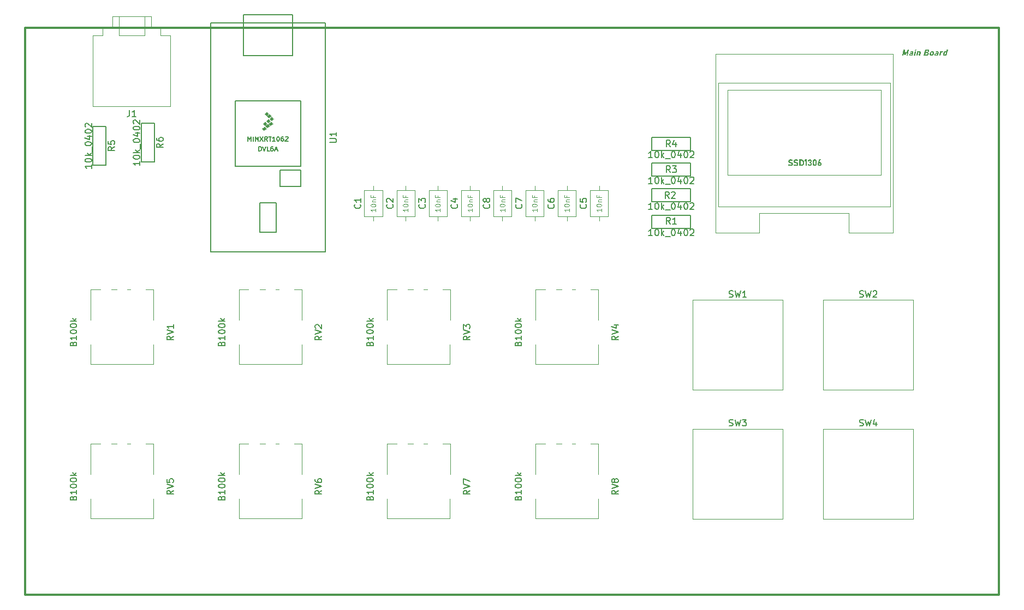
<source format=gbr>
%TF.GenerationSoftware,KiCad,Pcbnew,9.0.2*%
%TF.CreationDate,2025-08-22T18:27:53+01:00*%
%TF.ProjectId,MC8P_MIDI_CONTROLLER,4d433850-5f4d-4494-9449-5f434f4e5452,rev?*%
%TF.SameCoordinates,Original*%
%TF.FileFunction,Legend,Top*%
%TF.FilePolarity,Positive*%
%FSLAX46Y46*%
G04 Gerber Fmt 4.6, Leading zero omitted, Abs format (unit mm)*
G04 Created by KiCad (PCBNEW 9.0.2) date 2025-08-22 18:27:53*
%MOMM*%
%LPD*%
G01*
G04 APERTURE LIST*
%ADD10C,0.300000*%
%ADD11C,0.200000*%
%ADD12C,0.152400*%
%ADD13C,0.150000*%
%ADD14C,0.114000*%
%ADD15C,0.120000*%
%ADD16C,0.100000*%
G04 APERTURE END LIST*
D10*
X21980000Y-22000000D02*
X172980000Y-22000000D01*
X172980000Y-110000000D01*
X21980000Y-110000000D01*
X21980000Y-22000000D01*
D11*
G36*
X158814944Y-25336725D02*
G01*
X159056134Y-25336725D01*
X158849627Y-26330000D01*
X158683297Y-26330000D01*
X158843643Y-25558742D01*
X158841139Y-25602461D01*
X158527165Y-26219357D01*
X158365476Y-26219357D01*
X158305148Y-25616139D01*
X158323772Y-25558742D01*
X158163426Y-26330000D01*
X157997036Y-26330000D01*
X158203543Y-25336725D01*
X158444794Y-25336725D01*
X158490651Y-26006195D01*
X158814944Y-25336725D01*
G37*
G36*
X159548894Y-25880532D02*
G01*
X159551542Y-25848511D01*
X159545789Y-25823976D01*
X159532591Y-25804694D01*
X159513140Y-25790757D01*
X159485618Y-25781505D01*
X159447289Y-25778011D01*
X159408494Y-25781184D01*
X159367727Y-25791017D01*
X159328469Y-25806643D01*
X159292744Y-25827226D01*
X159202863Y-25713164D01*
X159259108Y-25670509D01*
X159328098Y-25637693D01*
X159403635Y-25617540D01*
X159484780Y-25610704D01*
X159544788Y-25614577D01*
X159593632Y-25625276D01*
X159633280Y-25641784D01*
X159668081Y-25665941D01*
X159694144Y-25695751D01*
X159712414Y-25731971D01*
X159722137Y-25771839D01*
X159723961Y-25818739D01*
X159716567Y-25874364D01*
X159621861Y-26330000D01*
X159455471Y-26330000D01*
X159548894Y-25880532D01*
G37*
G36*
X159260260Y-26340258D02*
G01*
X159203651Y-26336092D01*
X159160739Y-26324899D01*
X159128561Y-26308039D01*
X159104860Y-26285975D01*
X159088292Y-26258144D01*
X159078488Y-26222899D01*
X159076411Y-26178073D01*
X159084039Y-26120989D01*
X159098903Y-26069686D01*
X159119721Y-26027112D01*
X159146221Y-25991932D01*
X159178622Y-25963208D01*
X159229733Y-25935181D01*
X159294055Y-25917130D01*
X159374932Y-25910573D01*
X159548711Y-25910573D01*
X159528377Y-26053333D01*
X159345928Y-26053333D01*
X159307381Y-26057897D01*
X159280349Y-26070064D01*
X159260793Y-26090596D01*
X159249086Y-26120989D01*
X159247665Y-26143277D01*
X159252909Y-26159838D01*
X159264351Y-26172524D01*
X159291362Y-26184334D01*
X159339761Y-26189255D01*
X159408671Y-26184362D01*
X159452479Y-26172219D01*
X159475836Y-26158144D01*
X159491010Y-26140577D01*
X159499374Y-26118913D01*
X159491985Y-26222044D01*
X159474312Y-26256973D01*
X159444053Y-26286952D01*
X159405600Y-26309964D01*
X159359545Y-26326946D01*
X159310499Y-26336923D01*
X159260260Y-26340258D01*
G37*
G36*
X160014848Y-25336725D02*
G01*
X160197969Y-25336725D01*
X160159073Y-25523937D01*
X159975952Y-25523937D01*
X160014848Y-25336725D01*
G37*
G36*
X159955741Y-25620901D02*
G01*
X160138862Y-25620901D01*
X159991462Y-26330000D01*
X159808341Y-26330000D01*
X159955741Y-25620901D01*
G37*
G36*
X160316549Y-25620901D02*
G01*
X160499670Y-25620901D01*
X160352270Y-26330000D01*
X160169149Y-26330000D01*
X160316549Y-25620901D01*
G37*
G36*
X160659405Y-25900315D02*
G01*
X160662793Y-25866168D01*
X160658262Y-25840041D01*
X160647071Y-25819715D01*
X160629567Y-25804532D01*
X160604881Y-25794697D01*
X160570501Y-25791017D01*
X160537714Y-25794423D01*
X160509873Y-25804163D01*
X160485931Y-25820081D01*
X160466481Y-25841351D01*
X160451562Y-25868158D01*
X160441296Y-25901659D01*
X160459920Y-25744549D01*
X160508347Y-25684147D01*
X160555907Y-25644166D01*
X160591040Y-25625741D01*
X160629726Y-25614552D01*
X160672838Y-25610704D01*
X160726486Y-25616039D01*
X160768470Y-25630755D01*
X160801384Y-25653951D01*
X160826833Y-25686175D01*
X160843334Y-25723947D01*
X160852423Y-25770555D01*
X160852855Y-25828245D01*
X160842587Y-25899644D01*
X160753133Y-26330000D01*
X160570073Y-26330000D01*
X160659405Y-25900315D01*
G37*
G36*
X161456919Y-26149626D02*
G01*
X161766985Y-26149626D01*
X161807805Y-26145904D01*
X161841904Y-26135392D01*
X161870605Y-26118546D01*
X161894343Y-26095410D01*
X161911798Y-26066762D01*
X161923117Y-26031474D01*
X161923545Y-26029398D01*
X161926903Y-25993334D01*
X161921530Y-25965223D01*
X161907640Y-25941931D01*
X161884893Y-25924617D01*
X161855817Y-25914375D01*
X161816689Y-25910573D01*
X161506622Y-25910573D01*
X161544114Y-25730200D01*
X161854180Y-25730200D01*
X161890986Y-25726706D01*
X161921896Y-25716800D01*
X161948091Y-25700830D01*
X161969625Y-25679066D01*
X161985714Y-25651900D01*
X161996390Y-25618215D01*
X161998959Y-25587038D01*
X161993451Y-25562896D01*
X161980759Y-25543721D01*
X161961942Y-25529776D01*
X161935400Y-25520568D01*
X161898510Y-25517098D01*
X161588444Y-25517098D01*
X161625935Y-25336725D01*
X161941985Y-25336725D01*
X162004234Y-25340685D01*
X162055044Y-25351634D01*
X162096408Y-25368538D01*
X162132775Y-25393292D01*
X162159879Y-25423779D01*
X162178779Y-25460739D01*
X162188872Y-25501564D01*
X162190835Y-25549380D01*
X162183358Y-25605881D01*
X162166191Y-25661109D01*
X162139578Y-25708707D01*
X162103778Y-25749312D01*
X162059161Y-25782163D01*
X162007851Y-25805938D01*
X161948213Y-25821058D01*
X162006218Y-25836097D01*
X162049818Y-25861053D01*
X162073119Y-25883833D01*
X162090561Y-25910599D01*
X162102453Y-25942020D01*
X162109030Y-25993858D01*
X162102147Y-26057424D01*
X162101720Y-26059501D01*
X162086145Y-26114803D01*
X162064279Y-26163232D01*
X162036263Y-26205680D01*
X162001725Y-26242857D01*
X161961460Y-26273615D01*
X161914813Y-26298248D01*
X161864707Y-26315533D01*
X161809009Y-26326271D01*
X161746835Y-26330000D01*
X161419428Y-26330000D01*
X161456919Y-26149626D01*
G37*
G36*
X161545762Y-25336725D02*
G01*
X161728822Y-25336725D01*
X161522315Y-26330000D01*
X161339255Y-26330000D01*
X161545762Y-25336725D01*
G37*
G36*
X162720858Y-25615146D02*
G01*
X162771685Y-25627446D01*
X162813016Y-25646547D01*
X162848498Y-25674090D01*
X162875098Y-25708549D01*
X162893494Y-25751083D01*
X162902581Y-25797223D01*
X162903355Y-25851594D01*
X162894349Y-25916008D01*
X162869864Y-26033550D01*
X162852630Y-26096674D01*
X162829374Y-26151548D01*
X162800377Y-26199207D01*
X162764466Y-26241556D01*
X162723275Y-26276328D01*
X162676301Y-26304049D01*
X162625368Y-26323837D01*
X162569158Y-26336039D01*
X162506736Y-26340258D01*
X162444313Y-26335773D01*
X162393509Y-26323351D01*
X162352191Y-26304049D01*
X162316826Y-26276269D01*
X162290296Y-26241495D01*
X162271957Y-26198536D01*
X162263004Y-26151921D01*
X162262381Y-26096850D01*
X162265692Y-26073344D01*
X162449869Y-26073344D01*
X162453964Y-26103582D01*
X162464909Y-26126789D01*
X162482879Y-26144459D01*
X162508222Y-26155705D01*
X162543555Y-26159884D01*
X162579263Y-26156043D01*
X162609914Y-26144993D01*
X162636612Y-26126789D01*
X162658334Y-26102540D01*
X162675103Y-26071906D01*
X162686743Y-26033550D01*
X162711228Y-25916008D01*
X162715409Y-25876733D01*
X162711025Y-25846837D01*
X162699627Y-25823806D01*
X162681251Y-25806290D01*
X162655632Y-25795147D01*
X162620248Y-25791017D01*
X162584977Y-25794819D01*
X162554665Y-25805764D01*
X162528229Y-25823806D01*
X162506788Y-25847782D01*
X162490222Y-25878075D01*
X162478709Y-25916008D01*
X162454224Y-26033550D01*
X162449869Y-26073344D01*
X162265692Y-26073344D01*
X162271591Y-26031474D01*
X162295649Y-25916008D01*
X162312756Y-25853337D01*
X162335945Y-25798696D01*
X162364953Y-25751083D01*
X162400875Y-25708716D01*
X162442026Y-25674053D01*
X162488906Y-25646547D01*
X162539780Y-25626966D01*
X162595971Y-25614884D01*
X162658411Y-25610704D01*
X162720858Y-25615146D01*
G37*
G36*
X163466549Y-25880532D02*
G01*
X163469197Y-25848511D01*
X163463444Y-25823976D01*
X163450246Y-25804694D01*
X163430795Y-25790757D01*
X163403273Y-25781505D01*
X163364944Y-25778011D01*
X163326150Y-25781184D01*
X163285382Y-25791017D01*
X163246125Y-25806643D01*
X163210399Y-25827226D01*
X163120518Y-25713164D01*
X163176763Y-25670509D01*
X163245754Y-25637693D01*
X163321290Y-25617540D01*
X163402435Y-25610704D01*
X163462443Y-25614577D01*
X163511287Y-25625276D01*
X163550935Y-25641784D01*
X163585736Y-25665941D01*
X163611799Y-25695751D01*
X163630070Y-25731971D01*
X163639793Y-25771839D01*
X163641616Y-25818739D01*
X163634222Y-25874364D01*
X163539517Y-26330000D01*
X163373126Y-26330000D01*
X163466549Y-25880532D01*
G37*
G36*
X163177915Y-26340258D02*
G01*
X163121307Y-26336092D01*
X163078394Y-26324899D01*
X163046216Y-26308039D01*
X163022516Y-26285975D01*
X163005947Y-26258144D01*
X162996143Y-26222899D01*
X162994066Y-26178073D01*
X163001694Y-26120989D01*
X163016558Y-26069686D01*
X163037376Y-26027112D01*
X163063876Y-25991932D01*
X163096277Y-25963208D01*
X163147388Y-25935181D01*
X163211710Y-25917130D01*
X163292587Y-25910573D01*
X163466366Y-25910573D01*
X163446033Y-26053333D01*
X163263583Y-26053333D01*
X163225036Y-26057897D01*
X163198004Y-26070064D01*
X163178448Y-26090596D01*
X163166741Y-26120989D01*
X163165320Y-26143277D01*
X163170564Y-26159838D01*
X163182006Y-26172524D01*
X163209018Y-26184334D01*
X163257416Y-26189255D01*
X163326326Y-26184362D01*
X163370134Y-26172219D01*
X163393491Y-26158144D01*
X163408665Y-26140577D01*
X163417029Y-26118913D01*
X163409640Y-26222044D01*
X163391967Y-26256973D01*
X163361708Y-26286952D01*
X163323255Y-26309964D01*
X163277200Y-26326946D01*
X163228155Y-26336923D01*
X163177915Y-26340258D01*
G37*
G36*
X163883472Y-25620901D02*
G01*
X164079904Y-25620901D01*
X163932503Y-26330000D01*
X163736071Y-26330000D01*
X163883472Y-25620901D01*
G37*
G36*
X164232678Y-25818372D02*
G01*
X164220494Y-25806546D01*
X164204162Y-25797855D01*
X164185131Y-25792852D01*
X164160809Y-25791017D01*
X164125322Y-25795194D01*
X164094532Y-25807321D01*
X164067325Y-25827592D01*
X164045438Y-25854002D01*
X164028186Y-25887333D01*
X164015851Y-25929014D01*
X164040153Y-25744549D01*
X164085995Y-25687025D01*
X164135225Y-25645875D01*
X164171804Y-25625899D01*
X164207550Y-25614444D01*
X164243119Y-25610704D01*
X164284734Y-25614393D01*
X164318651Y-25624687D01*
X164347986Y-25642081D01*
X164371286Y-25666025D01*
X164232678Y-25818372D01*
G37*
G36*
X164900010Y-25336725D02*
G01*
X165083131Y-25336725D01*
X164876624Y-26330000D01*
X164693503Y-26330000D01*
X164900010Y-25336725D01*
G37*
G36*
X164530349Y-26340258D02*
G01*
X164482562Y-26335857D01*
X164443683Y-26323562D01*
X164411891Y-26304049D01*
X164386146Y-26277187D01*
X164366761Y-26242799D01*
X164353883Y-26199207D01*
X164348922Y-26153342D01*
X164350807Y-26098679D01*
X164360905Y-26033550D01*
X164384536Y-25920099D01*
X164401110Y-25856015D01*
X164421950Y-25800585D01*
X164446696Y-25752793D01*
X164477496Y-25708981D01*
X164511396Y-25674029D01*
X164548545Y-25646913D01*
X164589798Y-25626882D01*
X164634029Y-25614814D01*
X164682024Y-25610704D01*
X164717710Y-25614596D01*
X164748749Y-25625860D01*
X164776179Y-25644532D01*
X164798709Y-25669235D01*
X164816746Y-25700749D01*
X164830096Y-25740458D01*
X164783384Y-25897568D01*
X164787379Y-25862709D01*
X164784178Y-25836079D01*
X164773930Y-25813611D01*
X164757128Y-25797489D01*
X164734704Y-25787768D01*
X164704005Y-25784178D01*
X164671212Y-25788232D01*
X164642470Y-25800080D01*
X164616750Y-25820081D01*
X164596149Y-25845918D01*
X164579584Y-25878990D01*
X164567413Y-25920832D01*
X164543965Y-26033550D01*
X164538912Y-26075845D01*
X164542151Y-26107752D01*
X164551903Y-26131919D01*
X164568720Y-26150753D01*
X164592145Y-26162438D01*
X164624504Y-26166723D01*
X164656004Y-26163383D01*
X164683062Y-26153778D01*
X164706568Y-26137970D01*
X164725926Y-26116226D01*
X164740334Y-26089690D01*
X164750289Y-26056753D01*
X164725987Y-26218625D01*
X164687619Y-26270754D01*
X164641785Y-26308506D01*
X164606870Y-26326149D01*
X164569941Y-26336691D01*
X164530349Y-26340258D01*
G37*
D12*
X35832095Y-40479332D02*
X35348286Y-40817999D01*
X35832095Y-41059904D02*
X34816095Y-41059904D01*
X34816095Y-41059904D02*
X34816095Y-40672856D01*
X34816095Y-40672856D02*
X34864476Y-40576094D01*
X34864476Y-40576094D02*
X34912857Y-40527713D01*
X34912857Y-40527713D02*
X35009619Y-40479332D01*
X35009619Y-40479332D02*
X35154762Y-40479332D01*
X35154762Y-40479332D02*
X35251524Y-40527713D01*
X35251524Y-40527713D02*
X35299905Y-40576094D01*
X35299905Y-40576094D02*
X35348286Y-40672856D01*
X35348286Y-40672856D02*
X35348286Y-41059904D01*
X34816095Y-39560094D02*
X34816095Y-40043904D01*
X34816095Y-40043904D02*
X35299905Y-40092285D01*
X35299905Y-40092285D02*
X35251524Y-40043904D01*
X35251524Y-40043904D02*
X35203143Y-39947142D01*
X35203143Y-39947142D02*
X35203143Y-39705237D01*
X35203143Y-39705237D02*
X35251524Y-39608475D01*
X35251524Y-39608475D02*
X35299905Y-39560094D01*
X35299905Y-39560094D02*
X35396667Y-39511713D01*
X35396667Y-39511713D02*
X35638572Y-39511713D01*
X35638572Y-39511713D02*
X35735334Y-39560094D01*
X35735334Y-39560094D02*
X35783715Y-39608475D01*
X35783715Y-39608475D02*
X35832095Y-39705237D01*
X35832095Y-39705237D02*
X35832095Y-39947142D01*
X35832095Y-39947142D02*
X35783715Y-40043904D01*
X35783715Y-40043904D02*
X35735334Y-40092285D01*
X32232095Y-43237046D02*
X32232095Y-43817618D01*
X32232095Y-43527332D02*
X31216095Y-43527332D01*
X31216095Y-43527332D02*
X31361238Y-43624094D01*
X31361238Y-43624094D02*
X31458000Y-43720856D01*
X31458000Y-43720856D02*
X31506381Y-43817618D01*
X31216095Y-42608094D02*
X31216095Y-42511332D01*
X31216095Y-42511332D02*
X31264476Y-42414570D01*
X31264476Y-42414570D02*
X31312857Y-42366189D01*
X31312857Y-42366189D02*
X31409619Y-42317808D01*
X31409619Y-42317808D02*
X31603143Y-42269427D01*
X31603143Y-42269427D02*
X31845048Y-42269427D01*
X31845048Y-42269427D02*
X32038572Y-42317808D01*
X32038572Y-42317808D02*
X32135334Y-42366189D01*
X32135334Y-42366189D02*
X32183715Y-42414570D01*
X32183715Y-42414570D02*
X32232095Y-42511332D01*
X32232095Y-42511332D02*
X32232095Y-42608094D01*
X32232095Y-42608094D02*
X32183715Y-42704856D01*
X32183715Y-42704856D02*
X32135334Y-42753237D01*
X32135334Y-42753237D02*
X32038572Y-42801618D01*
X32038572Y-42801618D02*
X31845048Y-42849999D01*
X31845048Y-42849999D02*
X31603143Y-42849999D01*
X31603143Y-42849999D02*
X31409619Y-42801618D01*
X31409619Y-42801618D02*
X31312857Y-42753237D01*
X31312857Y-42753237D02*
X31264476Y-42704856D01*
X31264476Y-42704856D02*
X31216095Y-42608094D01*
X32232095Y-41833999D02*
X31216095Y-41833999D01*
X31845048Y-41737237D02*
X32232095Y-41446951D01*
X31554762Y-41446951D02*
X31941810Y-41833999D01*
X32328857Y-41253428D02*
X32328857Y-40479332D01*
X31216095Y-40043904D02*
X31216095Y-39947142D01*
X31216095Y-39947142D02*
X31264476Y-39850380D01*
X31264476Y-39850380D02*
X31312857Y-39801999D01*
X31312857Y-39801999D02*
X31409619Y-39753618D01*
X31409619Y-39753618D02*
X31603143Y-39705237D01*
X31603143Y-39705237D02*
X31845048Y-39705237D01*
X31845048Y-39705237D02*
X32038572Y-39753618D01*
X32038572Y-39753618D02*
X32135334Y-39801999D01*
X32135334Y-39801999D02*
X32183715Y-39850380D01*
X32183715Y-39850380D02*
X32232095Y-39947142D01*
X32232095Y-39947142D02*
X32232095Y-40043904D01*
X32232095Y-40043904D02*
X32183715Y-40140666D01*
X32183715Y-40140666D02*
X32135334Y-40189047D01*
X32135334Y-40189047D02*
X32038572Y-40237428D01*
X32038572Y-40237428D02*
X31845048Y-40285809D01*
X31845048Y-40285809D02*
X31603143Y-40285809D01*
X31603143Y-40285809D02*
X31409619Y-40237428D01*
X31409619Y-40237428D02*
X31312857Y-40189047D01*
X31312857Y-40189047D02*
X31264476Y-40140666D01*
X31264476Y-40140666D02*
X31216095Y-40043904D01*
X31554762Y-38834380D02*
X32232095Y-38834380D01*
X31167715Y-39076285D02*
X31893429Y-39318190D01*
X31893429Y-39318190D02*
X31893429Y-38689237D01*
X31216095Y-38108666D02*
X31216095Y-38011904D01*
X31216095Y-38011904D02*
X31264476Y-37915142D01*
X31264476Y-37915142D02*
X31312857Y-37866761D01*
X31312857Y-37866761D02*
X31409619Y-37818380D01*
X31409619Y-37818380D02*
X31603143Y-37769999D01*
X31603143Y-37769999D02*
X31845048Y-37769999D01*
X31845048Y-37769999D02*
X32038572Y-37818380D01*
X32038572Y-37818380D02*
X32135334Y-37866761D01*
X32135334Y-37866761D02*
X32183715Y-37915142D01*
X32183715Y-37915142D02*
X32232095Y-38011904D01*
X32232095Y-38011904D02*
X32232095Y-38108666D01*
X32232095Y-38108666D02*
X32183715Y-38205428D01*
X32183715Y-38205428D02*
X32135334Y-38253809D01*
X32135334Y-38253809D02*
X32038572Y-38302190D01*
X32038572Y-38302190D02*
X31845048Y-38350571D01*
X31845048Y-38350571D02*
X31603143Y-38350571D01*
X31603143Y-38350571D02*
X31409619Y-38302190D01*
X31409619Y-38302190D02*
X31312857Y-38253809D01*
X31312857Y-38253809D02*
X31264476Y-38205428D01*
X31264476Y-38205428D02*
X31216095Y-38108666D01*
X31312857Y-37382952D02*
X31264476Y-37334571D01*
X31264476Y-37334571D02*
X31216095Y-37237809D01*
X31216095Y-37237809D02*
X31216095Y-36995904D01*
X31216095Y-36995904D02*
X31264476Y-36899142D01*
X31264476Y-36899142D02*
X31312857Y-36850761D01*
X31312857Y-36850761D02*
X31409619Y-36802380D01*
X31409619Y-36802380D02*
X31506381Y-36802380D01*
X31506381Y-36802380D02*
X31651524Y-36850761D01*
X31651524Y-36850761D02*
X32232095Y-37431333D01*
X32232095Y-37431333D02*
X32232095Y-36802380D01*
X122000667Y-44462095D02*
X121662000Y-43978286D01*
X121420095Y-44462095D02*
X121420095Y-43446095D01*
X121420095Y-43446095D02*
X121807143Y-43446095D01*
X121807143Y-43446095D02*
X121903905Y-43494476D01*
X121903905Y-43494476D02*
X121952286Y-43542857D01*
X121952286Y-43542857D02*
X122000667Y-43639619D01*
X122000667Y-43639619D02*
X122000667Y-43784762D01*
X122000667Y-43784762D02*
X121952286Y-43881524D01*
X121952286Y-43881524D02*
X121903905Y-43929905D01*
X121903905Y-43929905D02*
X121807143Y-43978286D01*
X121807143Y-43978286D02*
X121420095Y-43978286D01*
X122339333Y-43446095D02*
X122968286Y-43446095D01*
X122968286Y-43446095D02*
X122629619Y-43833143D01*
X122629619Y-43833143D02*
X122774762Y-43833143D01*
X122774762Y-43833143D02*
X122871524Y-43881524D01*
X122871524Y-43881524D02*
X122919905Y-43929905D01*
X122919905Y-43929905D02*
X122968286Y-44026667D01*
X122968286Y-44026667D02*
X122968286Y-44268572D01*
X122968286Y-44268572D02*
X122919905Y-44365334D01*
X122919905Y-44365334D02*
X122871524Y-44413715D01*
X122871524Y-44413715D02*
X122774762Y-44462095D01*
X122774762Y-44462095D02*
X122484476Y-44462095D01*
X122484476Y-44462095D02*
X122387714Y-44413715D01*
X122387714Y-44413715D02*
X122339333Y-44365334D01*
X119242953Y-46172095D02*
X118662381Y-46172095D01*
X118952667Y-46172095D02*
X118952667Y-45156095D01*
X118952667Y-45156095D02*
X118855905Y-45301238D01*
X118855905Y-45301238D02*
X118759143Y-45398000D01*
X118759143Y-45398000D02*
X118662381Y-45446381D01*
X119871905Y-45156095D02*
X119968667Y-45156095D01*
X119968667Y-45156095D02*
X120065429Y-45204476D01*
X120065429Y-45204476D02*
X120113810Y-45252857D01*
X120113810Y-45252857D02*
X120162191Y-45349619D01*
X120162191Y-45349619D02*
X120210572Y-45543143D01*
X120210572Y-45543143D02*
X120210572Y-45785048D01*
X120210572Y-45785048D02*
X120162191Y-45978572D01*
X120162191Y-45978572D02*
X120113810Y-46075334D01*
X120113810Y-46075334D02*
X120065429Y-46123715D01*
X120065429Y-46123715D02*
X119968667Y-46172095D01*
X119968667Y-46172095D02*
X119871905Y-46172095D01*
X119871905Y-46172095D02*
X119775143Y-46123715D01*
X119775143Y-46123715D02*
X119726762Y-46075334D01*
X119726762Y-46075334D02*
X119678381Y-45978572D01*
X119678381Y-45978572D02*
X119630000Y-45785048D01*
X119630000Y-45785048D02*
X119630000Y-45543143D01*
X119630000Y-45543143D02*
X119678381Y-45349619D01*
X119678381Y-45349619D02*
X119726762Y-45252857D01*
X119726762Y-45252857D02*
X119775143Y-45204476D01*
X119775143Y-45204476D02*
X119871905Y-45156095D01*
X120646000Y-46172095D02*
X120646000Y-45156095D01*
X120742762Y-45785048D02*
X121033048Y-46172095D01*
X121033048Y-45494762D02*
X120646000Y-45881810D01*
X121226572Y-46268857D02*
X122000667Y-46268857D01*
X122436095Y-45156095D02*
X122532857Y-45156095D01*
X122532857Y-45156095D02*
X122629619Y-45204476D01*
X122629619Y-45204476D02*
X122678000Y-45252857D01*
X122678000Y-45252857D02*
X122726381Y-45349619D01*
X122726381Y-45349619D02*
X122774762Y-45543143D01*
X122774762Y-45543143D02*
X122774762Y-45785048D01*
X122774762Y-45785048D02*
X122726381Y-45978572D01*
X122726381Y-45978572D02*
X122678000Y-46075334D01*
X122678000Y-46075334D02*
X122629619Y-46123715D01*
X122629619Y-46123715D02*
X122532857Y-46172095D01*
X122532857Y-46172095D02*
X122436095Y-46172095D01*
X122436095Y-46172095D02*
X122339333Y-46123715D01*
X122339333Y-46123715D02*
X122290952Y-46075334D01*
X122290952Y-46075334D02*
X122242571Y-45978572D01*
X122242571Y-45978572D02*
X122194190Y-45785048D01*
X122194190Y-45785048D02*
X122194190Y-45543143D01*
X122194190Y-45543143D02*
X122242571Y-45349619D01*
X122242571Y-45349619D02*
X122290952Y-45252857D01*
X122290952Y-45252857D02*
X122339333Y-45204476D01*
X122339333Y-45204476D02*
X122436095Y-45156095D01*
X123645619Y-45494762D02*
X123645619Y-46172095D01*
X123403714Y-45107715D02*
X123161809Y-45833429D01*
X123161809Y-45833429D02*
X123790762Y-45833429D01*
X124371333Y-45156095D02*
X124468095Y-45156095D01*
X124468095Y-45156095D02*
X124564857Y-45204476D01*
X124564857Y-45204476D02*
X124613238Y-45252857D01*
X124613238Y-45252857D02*
X124661619Y-45349619D01*
X124661619Y-45349619D02*
X124710000Y-45543143D01*
X124710000Y-45543143D02*
X124710000Y-45785048D01*
X124710000Y-45785048D02*
X124661619Y-45978572D01*
X124661619Y-45978572D02*
X124613238Y-46075334D01*
X124613238Y-46075334D02*
X124564857Y-46123715D01*
X124564857Y-46123715D02*
X124468095Y-46172095D01*
X124468095Y-46172095D02*
X124371333Y-46172095D01*
X124371333Y-46172095D02*
X124274571Y-46123715D01*
X124274571Y-46123715D02*
X124226190Y-46075334D01*
X124226190Y-46075334D02*
X124177809Y-45978572D01*
X124177809Y-45978572D02*
X124129428Y-45785048D01*
X124129428Y-45785048D02*
X124129428Y-45543143D01*
X124129428Y-45543143D02*
X124177809Y-45349619D01*
X124177809Y-45349619D02*
X124226190Y-45252857D01*
X124226190Y-45252857D02*
X124274571Y-45204476D01*
X124274571Y-45204476D02*
X124371333Y-45156095D01*
X125097047Y-45252857D02*
X125145428Y-45204476D01*
X125145428Y-45204476D02*
X125242190Y-45156095D01*
X125242190Y-45156095D02*
X125484095Y-45156095D01*
X125484095Y-45156095D02*
X125580857Y-45204476D01*
X125580857Y-45204476D02*
X125629238Y-45252857D01*
X125629238Y-45252857D02*
X125677619Y-45349619D01*
X125677619Y-45349619D02*
X125677619Y-45446381D01*
X125677619Y-45446381D02*
X125629238Y-45591524D01*
X125629238Y-45591524D02*
X125048666Y-46172095D01*
X125048666Y-46172095D02*
X125677619Y-46172095D01*
X121810667Y-48462095D02*
X121472000Y-47978286D01*
X121230095Y-48462095D02*
X121230095Y-47446095D01*
X121230095Y-47446095D02*
X121617143Y-47446095D01*
X121617143Y-47446095D02*
X121713905Y-47494476D01*
X121713905Y-47494476D02*
X121762286Y-47542857D01*
X121762286Y-47542857D02*
X121810667Y-47639619D01*
X121810667Y-47639619D02*
X121810667Y-47784762D01*
X121810667Y-47784762D02*
X121762286Y-47881524D01*
X121762286Y-47881524D02*
X121713905Y-47929905D01*
X121713905Y-47929905D02*
X121617143Y-47978286D01*
X121617143Y-47978286D02*
X121230095Y-47978286D01*
X122197714Y-47542857D02*
X122246095Y-47494476D01*
X122246095Y-47494476D02*
X122342857Y-47446095D01*
X122342857Y-47446095D02*
X122584762Y-47446095D01*
X122584762Y-47446095D02*
X122681524Y-47494476D01*
X122681524Y-47494476D02*
X122729905Y-47542857D01*
X122729905Y-47542857D02*
X122778286Y-47639619D01*
X122778286Y-47639619D02*
X122778286Y-47736381D01*
X122778286Y-47736381D02*
X122729905Y-47881524D01*
X122729905Y-47881524D02*
X122149333Y-48462095D01*
X122149333Y-48462095D02*
X122778286Y-48462095D01*
X119242953Y-50172095D02*
X118662381Y-50172095D01*
X118952667Y-50172095D02*
X118952667Y-49156095D01*
X118952667Y-49156095D02*
X118855905Y-49301238D01*
X118855905Y-49301238D02*
X118759143Y-49398000D01*
X118759143Y-49398000D02*
X118662381Y-49446381D01*
X119871905Y-49156095D02*
X119968667Y-49156095D01*
X119968667Y-49156095D02*
X120065429Y-49204476D01*
X120065429Y-49204476D02*
X120113810Y-49252857D01*
X120113810Y-49252857D02*
X120162191Y-49349619D01*
X120162191Y-49349619D02*
X120210572Y-49543143D01*
X120210572Y-49543143D02*
X120210572Y-49785048D01*
X120210572Y-49785048D02*
X120162191Y-49978572D01*
X120162191Y-49978572D02*
X120113810Y-50075334D01*
X120113810Y-50075334D02*
X120065429Y-50123715D01*
X120065429Y-50123715D02*
X119968667Y-50172095D01*
X119968667Y-50172095D02*
X119871905Y-50172095D01*
X119871905Y-50172095D02*
X119775143Y-50123715D01*
X119775143Y-50123715D02*
X119726762Y-50075334D01*
X119726762Y-50075334D02*
X119678381Y-49978572D01*
X119678381Y-49978572D02*
X119630000Y-49785048D01*
X119630000Y-49785048D02*
X119630000Y-49543143D01*
X119630000Y-49543143D02*
X119678381Y-49349619D01*
X119678381Y-49349619D02*
X119726762Y-49252857D01*
X119726762Y-49252857D02*
X119775143Y-49204476D01*
X119775143Y-49204476D02*
X119871905Y-49156095D01*
X120646000Y-50172095D02*
X120646000Y-49156095D01*
X120742762Y-49785048D02*
X121033048Y-50172095D01*
X121033048Y-49494762D02*
X120646000Y-49881810D01*
X121226572Y-50268857D02*
X122000667Y-50268857D01*
X122436095Y-49156095D02*
X122532857Y-49156095D01*
X122532857Y-49156095D02*
X122629619Y-49204476D01*
X122629619Y-49204476D02*
X122678000Y-49252857D01*
X122678000Y-49252857D02*
X122726381Y-49349619D01*
X122726381Y-49349619D02*
X122774762Y-49543143D01*
X122774762Y-49543143D02*
X122774762Y-49785048D01*
X122774762Y-49785048D02*
X122726381Y-49978572D01*
X122726381Y-49978572D02*
X122678000Y-50075334D01*
X122678000Y-50075334D02*
X122629619Y-50123715D01*
X122629619Y-50123715D02*
X122532857Y-50172095D01*
X122532857Y-50172095D02*
X122436095Y-50172095D01*
X122436095Y-50172095D02*
X122339333Y-50123715D01*
X122339333Y-50123715D02*
X122290952Y-50075334D01*
X122290952Y-50075334D02*
X122242571Y-49978572D01*
X122242571Y-49978572D02*
X122194190Y-49785048D01*
X122194190Y-49785048D02*
X122194190Y-49543143D01*
X122194190Y-49543143D02*
X122242571Y-49349619D01*
X122242571Y-49349619D02*
X122290952Y-49252857D01*
X122290952Y-49252857D02*
X122339333Y-49204476D01*
X122339333Y-49204476D02*
X122436095Y-49156095D01*
X123645619Y-49494762D02*
X123645619Y-50172095D01*
X123403714Y-49107715D02*
X123161809Y-49833429D01*
X123161809Y-49833429D02*
X123790762Y-49833429D01*
X124371333Y-49156095D02*
X124468095Y-49156095D01*
X124468095Y-49156095D02*
X124564857Y-49204476D01*
X124564857Y-49204476D02*
X124613238Y-49252857D01*
X124613238Y-49252857D02*
X124661619Y-49349619D01*
X124661619Y-49349619D02*
X124710000Y-49543143D01*
X124710000Y-49543143D02*
X124710000Y-49785048D01*
X124710000Y-49785048D02*
X124661619Y-49978572D01*
X124661619Y-49978572D02*
X124613238Y-50075334D01*
X124613238Y-50075334D02*
X124564857Y-50123715D01*
X124564857Y-50123715D02*
X124468095Y-50172095D01*
X124468095Y-50172095D02*
X124371333Y-50172095D01*
X124371333Y-50172095D02*
X124274571Y-50123715D01*
X124274571Y-50123715D02*
X124226190Y-50075334D01*
X124226190Y-50075334D02*
X124177809Y-49978572D01*
X124177809Y-49978572D02*
X124129428Y-49785048D01*
X124129428Y-49785048D02*
X124129428Y-49543143D01*
X124129428Y-49543143D02*
X124177809Y-49349619D01*
X124177809Y-49349619D02*
X124226190Y-49252857D01*
X124226190Y-49252857D02*
X124274571Y-49204476D01*
X124274571Y-49204476D02*
X124371333Y-49156095D01*
X125097047Y-49252857D02*
X125145428Y-49204476D01*
X125145428Y-49204476D02*
X125242190Y-49156095D01*
X125242190Y-49156095D02*
X125484095Y-49156095D01*
X125484095Y-49156095D02*
X125580857Y-49204476D01*
X125580857Y-49204476D02*
X125629238Y-49252857D01*
X125629238Y-49252857D02*
X125677619Y-49349619D01*
X125677619Y-49349619D02*
X125677619Y-49446381D01*
X125677619Y-49446381D02*
X125629238Y-49591524D01*
X125629238Y-49591524D02*
X125048666Y-50172095D01*
X125048666Y-50172095D02*
X125677619Y-50172095D01*
D13*
X44937519Y-93839438D02*
X44461328Y-94172771D01*
X44937519Y-94410866D02*
X43937519Y-94410866D01*
X43937519Y-94410866D02*
X43937519Y-94029914D01*
X43937519Y-94029914D02*
X43985138Y-93934676D01*
X43985138Y-93934676D02*
X44032757Y-93887057D01*
X44032757Y-93887057D02*
X44127995Y-93839438D01*
X44127995Y-93839438D02*
X44270852Y-93839438D01*
X44270852Y-93839438D02*
X44366090Y-93887057D01*
X44366090Y-93887057D02*
X44413709Y-93934676D01*
X44413709Y-93934676D02*
X44461328Y-94029914D01*
X44461328Y-94029914D02*
X44461328Y-94410866D01*
X43937519Y-93553723D02*
X44937519Y-93220390D01*
X44937519Y-93220390D02*
X43937519Y-92887057D01*
X43937519Y-92077533D02*
X43937519Y-92553723D01*
X43937519Y-92553723D02*
X44413709Y-92601342D01*
X44413709Y-92601342D02*
X44366090Y-92553723D01*
X44366090Y-92553723D02*
X44318471Y-92458485D01*
X44318471Y-92458485D02*
X44318471Y-92220390D01*
X44318471Y-92220390D02*
X44366090Y-92125152D01*
X44366090Y-92125152D02*
X44413709Y-92077533D01*
X44413709Y-92077533D02*
X44508947Y-92029914D01*
X44508947Y-92029914D02*
X44747042Y-92029914D01*
X44747042Y-92029914D02*
X44842280Y-92077533D01*
X44842280Y-92077533D02*
X44889900Y-92125152D01*
X44889900Y-92125152D02*
X44937519Y-92220390D01*
X44937519Y-92220390D02*
X44937519Y-92458485D01*
X44937519Y-92458485D02*
X44889900Y-92553723D01*
X44889900Y-92553723D02*
X44842280Y-92601342D01*
X29413709Y-95006104D02*
X29461328Y-94863247D01*
X29461328Y-94863247D02*
X29508947Y-94815628D01*
X29508947Y-94815628D02*
X29604185Y-94768009D01*
X29604185Y-94768009D02*
X29747042Y-94768009D01*
X29747042Y-94768009D02*
X29842280Y-94815628D01*
X29842280Y-94815628D02*
X29889900Y-94863247D01*
X29889900Y-94863247D02*
X29937519Y-94958485D01*
X29937519Y-94958485D02*
X29937519Y-95339437D01*
X29937519Y-95339437D02*
X28937519Y-95339437D01*
X28937519Y-95339437D02*
X28937519Y-95006104D01*
X28937519Y-95006104D02*
X28985138Y-94910866D01*
X28985138Y-94910866D02*
X29032757Y-94863247D01*
X29032757Y-94863247D02*
X29127995Y-94815628D01*
X29127995Y-94815628D02*
X29223233Y-94815628D01*
X29223233Y-94815628D02*
X29318471Y-94863247D01*
X29318471Y-94863247D02*
X29366090Y-94910866D01*
X29366090Y-94910866D02*
X29413709Y-95006104D01*
X29413709Y-95006104D02*
X29413709Y-95339437D01*
X29937519Y-93815628D02*
X29937519Y-94387056D01*
X29937519Y-94101342D02*
X28937519Y-94101342D01*
X28937519Y-94101342D02*
X29080376Y-94196580D01*
X29080376Y-94196580D02*
X29175614Y-94291818D01*
X29175614Y-94291818D02*
X29223233Y-94387056D01*
X28937519Y-93196580D02*
X28937519Y-93101342D01*
X28937519Y-93101342D02*
X28985138Y-93006104D01*
X28985138Y-93006104D02*
X29032757Y-92958485D01*
X29032757Y-92958485D02*
X29127995Y-92910866D01*
X29127995Y-92910866D02*
X29318471Y-92863247D01*
X29318471Y-92863247D02*
X29556566Y-92863247D01*
X29556566Y-92863247D02*
X29747042Y-92910866D01*
X29747042Y-92910866D02*
X29842280Y-92958485D01*
X29842280Y-92958485D02*
X29889900Y-93006104D01*
X29889900Y-93006104D02*
X29937519Y-93101342D01*
X29937519Y-93101342D02*
X29937519Y-93196580D01*
X29937519Y-93196580D02*
X29889900Y-93291818D01*
X29889900Y-93291818D02*
X29842280Y-93339437D01*
X29842280Y-93339437D02*
X29747042Y-93387056D01*
X29747042Y-93387056D02*
X29556566Y-93434675D01*
X29556566Y-93434675D02*
X29318471Y-93434675D01*
X29318471Y-93434675D02*
X29127995Y-93387056D01*
X29127995Y-93387056D02*
X29032757Y-93339437D01*
X29032757Y-93339437D02*
X28985138Y-93291818D01*
X28985138Y-93291818D02*
X28937519Y-93196580D01*
X28937519Y-92244199D02*
X28937519Y-92148961D01*
X28937519Y-92148961D02*
X28985138Y-92053723D01*
X28985138Y-92053723D02*
X29032757Y-92006104D01*
X29032757Y-92006104D02*
X29127995Y-91958485D01*
X29127995Y-91958485D02*
X29318471Y-91910866D01*
X29318471Y-91910866D02*
X29556566Y-91910866D01*
X29556566Y-91910866D02*
X29747042Y-91958485D01*
X29747042Y-91958485D02*
X29842280Y-92006104D01*
X29842280Y-92006104D02*
X29889900Y-92053723D01*
X29889900Y-92053723D02*
X29937519Y-92148961D01*
X29937519Y-92148961D02*
X29937519Y-92244199D01*
X29937519Y-92244199D02*
X29889900Y-92339437D01*
X29889900Y-92339437D02*
X29842280Y-92387056D01*
X29842280Y-92387056D02*
X29747042Y-92434675D01*
X29747042Y-92434675D02*
X29556566Y-92482294D01*
X29556566Y-92482294D02*
X29318471Y-92482294D01*
X29318471Y-92482294D02*
X29127995Y-92434675D01*
X29127995Y-92434675D02*
X29032757Y-92387056D01*
X29032757Y-92387056D02*
X28985138Y-92339437D01*
X28985138Y-92339437D02*
X28937519Y-92244199D01*
X29937519Y-91482294D02*
X28937519Y-91482294D01*
X29556566Y-91387056D02*
X29937519Y-91101342D01*
X29270852Y-91101342D02*
X29651804Y-91482294D01*
X67937519Y-93839438D02*
X67461328Y-94172771D01*
X67937519Y-94410866D02*
X66937519Y-94410866D01*
X66937519Y-94410866D02*
X66937519Y-94029914D01*
X66937519Y-94029914D02*
X66985138Y-93934676D01*
X66985138Y-93934676D02*
X67032757Y-93887057D01*
X67032757Y-93887057D02*
X67127995Y-93839438D01*
X67127995Y-93839438D02*
X67270852Y-93839438D01*
X67270852Y-93839438D02*
X67366090Y-93887057D01*
X67366090Y-93887057D02*
X67413709Y-93934676D01*
X67413709Y-93934676D02*
X67461328Y-94029914D01*
X67461328Y-94029914D02*
X67461328Y-94410866D01*
X66937519Y-93553723D02*
X67937519Y-93220390D01*
X67937519Y-93220390D02*
X66937519Y-92887057D01*
X66937519Y-92125152D02*
X66937519Y-92315628D01*
X66937519Y-92315628D02*
X66985138Y-92410866D01*
X66985138Y-92410866D02*
X67032757Y-92458485D01*
X67032757Y-92458485D02*
X67175614Y-92553723D01*
X67175614Y-92553723D02*
X67366090Y-92601342D01*
X67366090Y-92601342D02*
X67747042Y-92601342D01*
X67747042Y-92601342D02*
X67842280Y-92553723D01*
X67842280Y-92553723D02*
X67889900Y-92506104D01*
X67889900Y-92506104D02*
X67937519Y-92410866D01*
X67937519Y-92410866D02*
X67937519Y-92220390D01*
X67937519Y-92220390D02*
X67889900Y-92125152D01*
X67889900Y-92125152D02*
X67842280Y-92077533D01*
X67842280Y-92077533D02*
X67747042Y-92029914D01*
X67747042Y-92029914D02*
X67508947Y-92029914D01*
X67508947Y-92029914D02*
X67413709Y-92077533D01*
X67413709Y-92077533D02*
X67366090Y-92125152D01*
X67366090Y-92125152D02*
X67318471Y-92220390D01*
X67318471Y-92220390D02*
X67318471Y-92410866D01*
X67318471Y-92410866D02*
X67366090Y-92506104D01*
X67366090Y-92506104D02*
X67413709Y-92553723D01*
X67413709Y-92553723D02*
X67508947Y-92601342D01*
X52413709Y-95006104D02*
X52461328Y-94863247D01*
X52461328Y-94863247D02*
X52508947Y-94815628D01*
X52508947Y-94815628D02*
X52604185Y-94768009D01*
X52604185Y-94768009D02*
X52747042Y-94768009D01*
X52747042Y-94768009D02*
X52842280Y-94815628D01*
X52842280Y-94815628D02*
X52889900Y-94863247D01*
X52889900Y-94863247D02*
X52937519Y-94958485D01*
X52937519Y-94958485D02*
X52937519Y-95339437D01*
X52937519Y-95339437D02*
X51937519Y-95339437D01*
X51937519Y-95339437D02*
X51937519Y-95006104D01*
X51937519Y-95006104D02*
X51985138Y-94910866D01*
X51985138Y-94910866D02*
X52032757Y-94863247D01*
X52032757Y-94863247D02*
X52127995Y-94815628D01*
X52127995Y-94815628D02*
X52223233Y-94815628D01*
X52223233Y-94815628D02*
X52318471Y-94863247D01*
X52318471Y-94863247D02*
X52366090Y-94910866D01*
X52366090Y-94910866D02*
X52413709Y-95006104D01*
X52413709Y-95006104D02*
X52413709Y-95339437D01*
X52937519Y-93815628D02*
X52937519Y-94387056D01*
X52937519Y-94101342D02*
X51937519Y-94101342D01*
X51937519Y-94101342D02*
X52080376Y-94196580D01*
X52080376Y-94196580D02*
X52175614Y-94291818D01*
X52175614Y-94291818D02*
X52223233Y-94387056D01*
X51937519Y-93196580D02*
X51937519Y-93101342D01*
X51937519Y-93101342D02*
X51985138Y-93006104D01*
X51985138Y-93006104D02*
X52032757Y-92958485D01*
X52032757Y-92958485D02*
X52127995Y-92910866D01*
X52127995Y-92910866D02*
X52318471Y-92863247D01*
X52318471Y-92863247D02*
X52556566Y-92863247D01*
X52556566Y-92863247D02*
X52747042Y-92910866D01*
X52747042Y-92910866D02*
X52842280Y-92958485D01*
X52842280Y-92958485D02*
X52889900Y-93006104D01*
X52889900Y-93006104D02*
X52937519Y-93101342D01*
X52937519Y-93101342D02*
X52937519Y-93196580D01*
X52937519Y-93196580D02*
X52889900Y-93291818D01*
X52889900Y-93291818D02*
X52842280Y-93339437D01*
X52842280Y-93339437D02*
X52747042Y-93387056D01*
X52747042Y-93387056D02*
X52556566Y-93434675D01*
X52556566Y-93434675D02*
X52318471Y-93434675D01*
X52318471Y-93434675D02*
X52127995Y-93387056D01*
X52127995Y-93387056D02*
X52032757Y-93339437D01*
X52032757Y-93339437D02*
X51985138Y-93291818D01*
X51985138Y-93291818D02*
X51937519Y-93196580D01*
X51937519Y-92244199D02*
X51937519Y-92148961D01*
X51937519Y-92148961D02*
X51985138Y-92053723D01*
X51985138Y-92053723D02*
X52032757Y-92006104D01*
X52032757Y-92006104D02*
X52127995Y-91958485D01*
X52127995Y-91958485D02*
X52318471Y-91910866D01*
X52318471Y-91910866D02*
X52556566Y-91910866D01*
X52556566Y-91910866D02*
X52747042Y-91958485D01*
X52747042Y-91958485D02*
X52842280Y-92006104D01*
X52842280Y-92006104D02*
X52889900Y-92053723D01*
X52889900Y-92053723D02*
X52937519Y-92148961D01*
X52937519Y-92148961D02*
X52937519Y-92244199D01*
X52937519Y-92244199D02*
X52889900Y-92339437D01*
X52889900Y-92339437D02*
X52842280Y-92387056D01*
X52842280Y-92387056D02*
X52747042Y-92434675D01*
X52747042Y-92434675D02*
X52556566Y-92482294D01*
X52556566Y-92482294D02*
X52318471Y-92482294D01*
X52318471Y-92482294D02*
X52127995Y-92434675D01*
X52127995Y-92434675D02*
X52032757Y-92387056D01*
X52032757Y-92387056D02*
X51985138Y-92339437D01*
X51985138Y-92339437D02*
X51937519Y-92244199D01*
X52937519Y-91482294D02*
X51937519Y-91482294D01*
X52556566Y-91387056D02*
X52937519Y-91101342D01*
X52270852Y-91101342D02*
X52651804Y-91482294D01*
D11*
G36*
X140658910Y-43425258D02*
G01*
X140588422Y-43421651D01*
X140519874Y-43410908D01*
X140453550Y-43393097D01*
X140392135Y-43368899D01*
X140335034Y-43338113D01*
X140285218Y-43302281D01*
X140371985Y-43147920D01*
X140433276Y-43189392D01*
X140504487Y-43220704D01*
X140580692Y-43239895D01*
X140658910Y-43246289D01*
X140719457Y-43242267D01*
X140765842Y-43231448D01*
X140800998Y-43215209D01*
X140829494Y-43191156D01*
X140845917Y-43162432D01*
X140851556Y-43127404D01*
X140851556Y-43126732D01*
X140845608Y-43090388D01*
X140828964Y-43063900D01*
X140803581Y-43044053D01*
X140770223Y-43029706D01*
X140677350Y-43009923D01*
X140673564Y-43009251D01*
X140669839Y-43008518D01*
X140654819Y-43006503D01*
X140559592Y-42987882D01*
X140489466Y-42967241D01*
X140448288Y-42947786D01*
X140411329Y-42920479D01*
X140378091Y-42884565D01*
X140353943Y-42842714D01*
X140338170Y-42787991D01*
X140332357Y-42716831D01*
X140332357Y-42716160D01*
X140337456Y-42653192D01*
X140352001Y-42598826D01*
X140375405Y-42551540D01*
X140407912Y-42510126D01*
X140449158Y-42475507D01*
X140500396Y-42447370D01*
X140556196Y-42428148D01*
X140621684Y-42415887D01*
X140698538Y-42411528D01*
X140751939Y-42414545D01*
X140807470Y-42423801D01*
X140862425Y-42438782D01*
X140916403Y-42459338D01*
X140968352Y-42484947D01*
X141017519Y-42515331D01*
X140938262Y-42673845D01*
X140879260Y-42638470D01*
X140818400Y-42612356D01*
X140756096Y-42595767D01*
X140698538Y-42590497D01*
X140641511Y-42594181D01*
X140598041Y-42604063D01*
X140565304Y-42618829D01*
X140538632Y-42640819D01*
X140523375Y-42666857D01*
X140518165Y-42698391D01*
X140518165Y-42699063D01*
X140524650Y-42738498D01*
X140542772Y-42767084D01*
X140569963Y-42788487D01*
X140603528Y-42803599D01*
X140705316Y-42828206D01*
X140710811Y-42829244D01*
X140716246Y-42830221D01*
X140724122Y-42831992D01*
X140731999Y-42833640D01*
X140822005Y-42855057D01*
X140889414Y-42878398D01*
X140929007Y-42899363D01*
X140964046Y-42927398D01*
X140994988Y-42963150D01*
X141017486Y-43004182D01*
X141032050Y-43056384D01*
X141037364Y-43122641D01*
X141037364Y-43123984D01*
X141032125Y-43185958D01*
X141017139Y-43239658D01*
X140992912Y-43286589D01*
X140959517Y-43327382D01*
X140916845Y-43361690D01*
X140863463Y-43389720D01*
X140805723Y-43408776D01*
X140738093Y-43420936D01*
X140658910Y-43425258D01*
G37*
G36*
X141493243Y-43425258D02*
G01*
X141422756Y-43421651D01*
X141354208Y-43410908D01*
X141287883Y-43393097D01*
X141226469Y-43368899D01*
X141169368Y-43338113D01*
X141119552Y-43302281D01*
X141206319Y-43147920D01*
X141267609Y-43189392D01*
X141338821Y-43220704D01*
X141415026Y-43239895D01*
X141493243Y-43246289D01*
X141553791Y-43242267D01*
X141600176Y-43231448D01*
X141635331Y-43215209D01*
X141663828Y-43191156D01*
X141680251Y-43162432D01*
X141685890Y-43127404D01*
X141685890Y-43126732D01*
X141679941Y-43090388D01*
X141663297Y-43063900D01*
X141637915Y-43044053D01*
X141604557Y-43029706D01*
X141511683Y-43009923D01*
X141507898Y-43009251D01*
X141504173Y-43008518D01*
X141489152Y-43006503D01*
X141393925Y-42987882D01*
X141323800Y-42967241D01*
X141282622Y-42947786D01*
X141245663Y-42920479D01*
X141212425Y-42884565D01*
X141188276Y-42842714D01*
X141172503Y-42787991D01*
X141166690Y-42716831D01*
X141166690Y-42716160D01*
X141171789Y-42653192D01*
X141186334Y-42598826D01*
X141209738Y-42551540D01*
X141242246Y-42510126D01*
X141283492Y-42475507D01*
X141334730Y-42447370D01*
X141390529Y-42428148D01*
X141456018Y-42415887D01*
X141532872Y-42411528D01*
X141586273Y-42414545D01*
X141641804Y-42423801D01*
X141696758Y-42438782D01*
X141750736Y-42459338D01*
X141802685Y-42484947D01*
X141851853Y-42515331D01*
X141772596Y-42673845D01*
X141713594Y-42638470D01*
X141652734Y-42612356D01*
X141590429Y-42595767D01*
X141532872Y-42590497D01*
X141475845Y-42594181D01*
X141432374Y-42604063D01*
X141399637Y-42618829D01*
X141372966Y-42640819D01*
X141357709Y-42666857D01*
X141352498Y-42698391D01*
X141352498Y-42699063D01*
X141358983Y-42738498D01*
X141377106Y-42767084D01*
X141404296Y-42788487D01*
X141437861Y-42803599D01*
X141539649Y-42828206D01*
X141545145Y-42829244D01*
X141550579Y-42830221D01*
X141558456Y-42831992D01*
X141566333Y-42833640D01*
X141656339Y-42855057D01*
X141723747Y-42878398D01*
X141763341Y-42899363D01*
X141798380Y-42927398D01*
X141829321Y-42963150D01*
X141851819Y-43004182D01*
X141866383Y-43056384D01*
X141871697Y-43122641D01*
X141871697Y-43123984D01*
X141866459Y-43185958D01*
X141851472Y-43239658D01*
X141827245Y-43286589D01*
X141793851Y-43327382D01*
X141751179Y-43361690D01*
X141697797Y-43389720D01*
X141640057Y-43408776D01*
X141572426Y-43420936D01*
X141493243Y-43425258D01*
G37*
G36*
X142123329Y-43234626D02*
G01*
X142361710Y-43234626D01*
X142421700Y-43229083D01*
X142468302Y-43213897D01*
X142504470Y-43190235D01*
X142531965Y-43157531D01*
X142548952Y-43116487D01*
X142555028Y-43064572D01*
X142555028Y-42772213D01*
X142548951Y-42720257D01*
X142531962Y-42679195D01*
X142504470Y-42646489D01*
X142468302Y-42622828D01*
X142421700Y-42607641D01*
X142361710Y-42602098D01*
X142123329Y-42602098D01*
X142123329Y-42421725D01*
X142357619Y-42421725D01*
X142439703Y-42426773D01*
X142509803Y-42441007D01*
X142569744Y-42463429D01*
X142624211Y-42495893D01*
X142668341Y-42536219D01*
X142703283Y-42585001D01*
X142728082Y-42640033D01*
X142743612Y-42703674D01*
X142749079Y-42777648D01*
X142749079Y-43059077D01*
X142743889Y-43129473D01*
X142729001Y-43191419D01*
X142704993Y-43246289D01*
X142671088Y-43295188D01*
X142627438Y-43336456D01*
X142572797Y-43370608D01*
X142512474Y-43394435D01*
X142441215Y-43409602D01*
X142356947Y-43415000D01*
X142123329Y-43415000D01*
X142123329Y-43234626D01*
G37*
G36*
X142029051Y-42421725D02*
G01*
X142216202Y-42421725D01*
X142216202Y-43415000D01*
X142029051Y-43415000D01*
X142029051Y-42421725D01*
G37*
G36*
X143194028Y-43415000D02*
G01*
X143006816Y-43415000D01*
X143006816Y-42641727D01*
X142885916Y-42687461D01*
X142885916Y-42488709D01*
X143034171Y-42421725D01*
X143194028Y-42421725D01*
X143194028Y-43415000D01*
G37*
G36*
X143669325Y-43425258D02*
G01*
X143609921Y-43421418D01*
X143556689Y-43410347D01*
X143508735Y-43392468D01*
X143464721Y-43367058D01*
X143427605Y-43335326D01*
X143396689Y-43296847D01*
X143373505Y-43253248D01*
X143358147Y-43203752D01*
X143350954Y-43147187D01*
X143544272Y-43147187D01*
X143551053Y-43176278D01*
X143562346Y-43199516D01*
X143578438Y-43218546D01*
X143598250Y-43232306D01*
X143621332Y-43240623D01*
X143648808Y-43243541D01*
X143683139Y-43239907D01*
X143710009Y-43229851D01*
X143731118Y-43213866D01*
X143746712Y-43192349D01*
X143756560Y-43165005D01*
X143760122Y-43130151D01*
X143760122Y-43106887D01*
X143753625Y-43054541D01*
X143736553Y-43019509D01*
X143718905Y-43002596D01*
X143696951Y-42992359D01*
X143669325Y-42988735D01*
X143585244Y-42988735D01*
X143585244Y-42808361D01*
X143669325Y-42808361D01*
X143701042Y-42801511D01*
X143724279Y-42781434D01*
X143738395Y-42750911D01*
X143743758Y-42705901D01*
X143743758Y-42688866D01*
X143737894Y-42646775D01*
X143722203Y-42618157D01*
X143697010Y-42599706D01*
X143661753Y-42593183D01*
X143637548Y-42596455D01*
X143615652Y-42606189D01*
X143596775Y-42621748D01*
X143580481Y-42643803D01*
X143568480Y-42670101D01*
X143560026Y-42703215D01*
X143367380Y-42703215D01*
X143376810Y-42643803D01*
X143393203Y-42591895D01*
X143416167Y-42546411D01*
X143446372Y-42505580D01*
X143481645Y-42472343D01*
X143522413Y-42446027D01*
X143567253Y-42427040D01*
X143615726Y-42415484D01*
X143668592Y-42411528D01*
X143734637Y-42416306D01*
X143789388Y-42429657D01*
X143834834Y-42450590D01*
X143872535Y-42478817D01*
X143903144Y-42514594D01*
X143925482Y-42557314D01*
X143939572Y-42608381D01*
X143944586Y-42669692D01*
X143944586Y-42699795D01*
X143940547Y-42744711D01*
X143928863Y-42784454D01*
X143909721Y-42820024D01*
X143883687Y-42850873D01*
X143851009Y-42876312D01*
X143810680Y-42896533D01*
X143855399Y-42912401D01*
X143891959Y-42937234D01*
X143921689Y-42971638D01*
X143942839Y-43012546D01*
X143956230Y-43061777D01*
X143961012Y-43121236D01*
X143961012Y-43151339D01*
X143956921Y-43208301D01*
X143945313Y-43257262D01*
X143926818Y-43299534D01*
X143900654Y-43337163D01*
X143867684Y-43368195D01*
X143827106Y-43393140D01*
X143782285Y-43410443D01*
X143730135Y-43421387D01*
X143669325Y-43425258D01*
G37*
G36*
X144501680Y-42414752D02*
G01*
X144561384Y-42429474D01*
X144610201Y-42452418D01*
X144650021Y-42483213D01*
X144682149Y-42522266D01*
X144705683Y-42568905D01*
X144720560Y-42624658D01*
X144725858Y-42691552D01*
X144725858Y-43143096D01*
X144720554Y-43209590D01*
X144705638Y-43265190D01*
X144681994Y-43311875D01*
X144649655Y-43351130D01*
X144609659Y-43382130D01*
X144560814Y-43405184D01*
X144501273Y-43419949D01*
X144428676Y-43425258D01*
X144355746Y-43419895D01*
X144296066Y-43404989D01*
X144247220Y-43381730D01*
X144207331Y-43350458D01*
X144175082Y-43310896D01*
X144151553Y-43264171D01*
X144136745Y-43208866D01*
X144131493Y-43143096D01*
X144131493Y-42739424D01*
X144318705Y-42739424D01*
X144318705Y-43095286D01*
X144322156Y-43143044D01*
X144331414Y-43179207D01*
X144345328Y-43206294D01*
X144365808Y-43227298D01*
X144392863Y-43240217D01*
X144428676Y-43244884D01*
X144464488Y-43240217D01*
X144491544Y-43227298D01*
X144512024Y-43206294D01*
X144525938Y-43179207D01*
X144535196Y-43143044D01*
X144538646Y-43095286D01*
X144538646Y-42739424D01*
X144535196Y-42691666D01*
X144525938Y-42655502D01*
X144512024Y-42628415D01*
X144491539Y-42607374D01*
X144464483Y-42594437D01*
X144428676Y-42589764D01*
X144392869Y-42594437D01*
X144365813Y-42607374D01*
X144345328Y-42628415D01*
X144331414Y-42655502D01*
X144322156Y-42691666D01*
X144318705Y-42739424D01*
X144131493Y-42739424D01*
X144131493Y-42691552D01*
X144136793Y-42625087D01*
X144151698Y-42569506D01*
X144175322Y-42522831D01*
X144207636Y-42483579D01*
X144247660Y-42452577D01*
X144296528Y-42429523D01*
X144356080Y-42414759D01*
X144428676Y-42409452D01*
X144501680Y-42414752D01*
G37*
G36*
X145168595Y-42828843D02*
G01*
X145205246Y-42824787D01*
X145258974Y-42828935D01*
X145305238Y-42840741D01*
X145345319Y-42859652D01*
X145380636Y-42886098D01*
X145409992Y-42919588D01*
X145433735Y-42961074D01*
X145450085Y-43006474D01*
X145460465Y-43059422D01*
X145464143Y-43121236D01*
X145464143Y-43121969D01*
X145460041Y-43184988D01*
X145448424Y-43239182D01*
X145430010Y-43285917D01*
X145403564Y-43328089D01*
X145370621Y-43362425D01*
X145330604Y-43389720D01*
X145285812Y-43408918D01*
X145233788Y-43420995D01*
X145173128Y-43425258D01*
X145112944Y-43421048D01*
X145061147Y-43409102D01*
X145016385Y-43390087D01*
X144976341Y-43363030D01*
X144943406Y-43329125D01*
X144916978Y-43287627D01*
X144898580Y-43241564D01*
X144886956Y-43187933D01*
X144883386Y-43133571D01*
X145069996Y-43133571D01*
X145069996Y-43134242D01*
X145073355Y-43168787D01*
X145082565Y-43195537D01*
X145096985Y-43216247D01*
X145116699Y-43231740D01*
X145141570Y-43241409D01*
X145173128Y-43244884D01*
X145205152Y-43241353D01*
X145230245Y-43231554D01*
X145250003Y-43215881D01*
X145264441Y-43194947D01*
X145273644Y-43168079D01*
X145276992Y-43133571D01*
X145276992Y-43132899D01*
X145273572Y-43092710D01*
X145264280Y-43061845D01*
X145250003Y-43038255D01*
X145229920Y-43020126D01*
X145204816Y-43009043D01*
X145173128Y-43005099D01*
X145141985Y-43009087D01*
X145117103Y-43020356D01*
X145096985Y-43038927D01*
X145082657Y-43062923D01*
X145073389Y-43093841D01*
X145069996Y-43133571D01*
X144883386Y-43133571D01*
X144882845Y-43125327D01*
X144882845Y-43124656D01*
X144886064Y-43070095D01*
X144896157Y-43010594D01*
X144912148Y-42950756D01*
X144934075Y-42889694D01*
X144942563Y-42869178D01*
X144951844Y-42849394D01*
X145153344Y-42421725D01*
X145365103Y-42421725D01*
X145168595Y-42828843D01*
G37*
D12*
X122000667Y-52462095D02*
X121662000Y-51978286D01*
X121420095Y-52462095D02*
X121420095Y-51446095D01*
X121420095Y-51446095D02*
X121807143Y-51446095D01*
X121807143Y-51446095D02*
X121903905Y-51494476D01*
X121903905Y-51494476D02*
X121952286Y-51542857D01*
X121952286Y-51542857D02*
X122000667Y-51639619D01*
X122000667Y-51639619D02*
X122000667Y-51784762D01*
X122000667Y-51784762D02*
X121952286Y-51881524D01*
X121952286Y-51881524D02*
X121903905Y-51929905D01*
X121903905Y-51929905D02*
X121807143Y-51978286D01*
X121807143Y-51978286D02*
X121420095Y-51978286D01*
X122968286Y-52462095D02*
X122387714Y-52462095D01*
X122678000Y-52462095D02*
X122678000Y-51446095D01*
X122678000Y-51446095D02*
X122581238Y-51591238D01*
X122581238Y-51591238D02*
X122484476Y-51688000D01*
X122484476Y-51688000D02*
X122387714Y-51736381D01*
X119242953Y-54272095D02*
X118662381Y-54272095D01*
X118952667Y-54272095D02*
X118952667Y-53256095D01*
X118952667Y-53256095D02*
X118855905Y-53401238D01*
X118855905Y-53401238D02*
X118759143Y-53498000D01*
X118759143Y-53498000D02*
X118662381Y-53546381D01*
X119871905Y-53256095D02*
X119968667Y-53256095D01*
X119968667Y-53256095D02*
X120065429Y-53304476D01*
X120065429Y-53304476D02*
X120113810Y-53352857D01*
X120113810Y-53352857D02*
X120162191Y-53449619D01*
X120162191Y-53449619D02*
X120210572Y-53643143D01*
X120210572Y-53643143D02*
X120210572Y-53885048D01*
X120210572Y-53885048D02*
X120162191Y-54078572D01*
X120162191Y-54078572D02*
X120113810Y-54175334D01*
X120113810Y-54175334D02*
X120065429Y-54223715D01*
X120065429Y-54223715D02*
X119968667Y-54272095D01*
X119968667Y-54272095D02*
X119871905Y-54272095D01*
X119871905Y-54272095D02*
X119775143Y-54223715D01*
X119775143Y-54223715D02*
X119726762Y-54175334D01*
X119726762Y-54175334D02*
X119678381Y-54078572D01*
X119678381Y-54078572D02*
X119630000Y-53885048D01*
X119630000Y-53885048D02*
X119630000Y-53643143D01*
X119630000Y-53643143D02*
X119678381Y-53449619D01*
X119678381Y-53449619D02*
X119726762Y-53352857D01*
X119726762Y-53352857D02*
X119775143Y-53304476D01*
X119775143Y-53304476D02*
X119871905Y-53256095D01*
X120646000Y-54272095D02*
X120646000Y-53256095D01*
X120742762Y-53885048D02*
X121033048Y-54272095D01*
X121033048Y-53594762D02*
X120646000Y-53981810D01*
X121226572Y-54368857D02*
X122000667Y-54368857D01*
X122436095Y-53256095D02*
X122532857Y-53256095D01*
X122532857Y-53256095D02*
X122629619Y-53304476D01*
X122629619Y-53304476D02*
X122678000Y-53352857D01*
X122678000Y-53352857D02*
X122726381Y-53449619D01*
X122726381Y-53449619D02*
X122774762Y-53643143D01*
X122774762Y-53643143D02*
X122774762Y-53885048D01*
X122774762Y-53885048D02*
X122726381Y-54078572D01*
X122726381Y-54078572D02*
X122678000Y-54175334D01*
X122678000Y-54175334D02*
X122629619Y-54223715D01*
X122629619Y-54223715D02*
X122532857Y-54272095D01*
X122532857Y-54272095D02*
X122436095Y-54272095D01*
X122436095Y-54272095D02*
X122339333Y-54223715D01*
X122339333Y-54223715D02*
X122290952Y-54175334D01*
X122290952Y-54175334D02*
X122242571Y-54078572D01*
X122242571Y-54078572D02*
X122194190Y-53885048D01*
X122194190Y-53885048D02*
X122194190Y-53643143D01*
X122194190Y-53643143D02*
X122242571Y-53449619D01*
X122242571Y-53449619D02*
X122290952Y-53352857D01*
X122290952Y-53352857D02*
X122339333Y-53304476D01*
X122339333Y-53304476D02*
X122436095Y-53256095D01*
X123645619Y-53594762D02*
X123645619Y-54272095D01*
X123403714Y-53207715D02*
X123161809Y-53933429D01*
X123161809Y-53933429D02*
X123790762Y-53933429D01*
X124371333Y-53256095D02*
X124468095Y-53256095D01*
X124468095Y-53256095D02*
X124564857Y-53304476D01*
X124564857Y-53304476D02*
X124613238Y-53352857D01*
X124613238Y-53352857D02*
X124661619Y-53449619D01*
X124661619Y-53449619D02*
X124710000Y-53643143D01*
X124710000Y-53643143D02*
X124710000Y-53885048D01*
X124710000Y-53885048D02*
X124661619Y-54078572D01*
X124661619Y-54078572D02*
X124613238Y-54175334D01*
X124613238Y-54175334D02*
X124564857Y-54223715D01*
X124564857Y-54223715D02*
X124468095Y-54272095D01*
X124468095Y-54272095D02*
X124371333Y-54272095D01*
X124371333Y-54272095D02*
X124274571Y-54223715D01*
X124274571Y-54223715D02*
X124226190Y-54175334D01*
X124226190Y-54175334D02*
X124177809Y-54078572D01*
X124177809Y-54078572D02*
X124129428Y-53885048D01*
X124129428Y-53885048D02*
X124129428Y-53643143D01*
X124129428Y-53643143D02*
X124177809Y-53449619D01*
X124177809Y-53449619D02*
X124226190Y-53352857D01*
X124226190Y-53352857D02*
X124274571Y-53304476D01*
X124274571Y-53304476D02*
X124371333Y-53256095D01*
X125097047Y-53352857D02*
X125145428Y-53304476D01*
X125145428Y-53304476D02*
X125242190Y-53256095D01*
X125242190Y-53256095D02*
X125484095Y-53256095D01*
X125484095Y-53256095D02*
X125580857Y-53304476D01*
X125580857Y-53304476D02*
X125629238Y-53352857D01*
X125629238Y-53352857D02*
X125677619Y-53449619D01*
X125677619Y-53449619D02*
X125677619Y-53546381D01*
X125677619Y-53546381D02*
X125629238Y-53691524D01*
X125629238Y-53691524D02*
X125048666Y-54272095D01*
X125048666Y-54272095D02*
X125677619Y-54272095D01*
D13*
X151376667Y-63783200D02*
X151519524Y-63830819D01*
X151519524Y-63830819D02*
X151757619Y-63830819D01*
X151757619Y-63830819D02*
X151852857Y-63783200D01*
X151852857Y-63783200D02*
X151900476Y-63735580D01*
X151900476Y-63735580D02*
X151948095Y-63640342D01*
X151948095Y-63640342D02*
X151948095Y-63545104D01*
X151948095Y-63545104D02*
X151900476Y-63449866D01*
X151900476Y-63449866D02*
X151852857Y-63402247D01*
X151852857Y-63402247D02*
X151757619Y-63354628D01*
X151757619Y-63354628D02*
X151567143Y-63307009D01*
X151567143Y-63307009D02*
X151471905Y-63259390D01*
X151471905Y-63259390D02*
X151424286Y-63211771D01*
X151424286Y-63211771D02*
X151376667Y-63116533D01*
X151376667Y-63116533D02*
X151376667Y-63021295D01*
X151376667Y-63021295D02*
X151424286Y-62926057D01*
X151424286Y-62926057D02*
X151471905Y-62878438D01*
X151471905Y-62878438D02*
X151567143Y-62830819D01*
X151567143Y-62830819D02*
X151805238Y-62830819D01*
X151805238Y-62830819D02*
X151948095Y-62878438D01*
X152281429Y-62830819D02*
X152519524Y-63830819D01*
X152519524Y-63830819D02*
X152710000Y-63116533D01*
X152710000Y-63116533D02*
X152900476Y-63830819D01*
X152900476Y-63830819D02*
X153138572Y-62830819D01*
X153471905Y-62926057D02*
X153519524Y-62878438D01*
X153519524Y-62878438D02*
X153614762Y-62830819D01*
X153614762Y-62830819D02*
X153852857Y-62830819D01*
X153852857Y-62830819D02*
X153948095Y-62878438D01*
X153948095Y-62878438D02*
X153995714Y-62926057D01*
X153995714Y-62926057D02*
X154043333Y-63021295D01*
X154043333Y-63021295D02*
X154043333Y-63116533D01*
X154043333Y-63116533D02*
X153995714Y-63259390D01*
X153995714Y-63259390D02*
X153424286Y-63830819D01*
X153424286Y-63830819D02*
X154043333Y-63830819D01*
X83919580Y-49416666D02*
X83967200Y-49464285D01*
X83967200Y-49464285D02*
X84014819Y-49607142D01*
X84014819Y-49607142D02*
X84014819Y-49702380D01*
X84014819Y-49702380D02*
X83967200Y-49845237D01*
X83967200Y-49845237D02*
X83871961Y-49940475D01*
X83871961Y-49940475D02*
X83776723Y-49988094D01*
X83776723Y-49988094D02*
X83586247Y-50035713D01*
X83586247Y-50035713D02*
X83443390Y-50035713D01*
X83443390Y-50035713D02*
X83252914Y-49988094D01*
X83252914Y-49988094D02*
X83157676Y-49940475D01*
X83157676Y-49940475D02*
X83062438Y-49845237D01*
X83062438Y-49845237D02*
X83014819Y-49702380D01*
X83014819Y-49702380D02*
X83014819Y-49607142D01*
X83014819Y-49607142D02*
X83062438Y-49464285D01*
X83062438Y-49464285D02*
X83110057Y-49416666D01*
X83014819Y-49083332D02*
X83014819Y-48464285D01*
X83014819Y-48464285D02*
X83395771Y-48797618D01*
X83395771Y-48797618D02*
X83395771Y-48654761D01*
X83395771Y-48654761D02*
X83443390Y-48559523D01*
X83443390Y-48559523D02*
X83491009Y-48511904D01*
X83491009Y-48511904D02*
X83586247Y-48464285D01*
X83586247Y-48464285D02*
X83824342Y-48464285D01*
X83824342Y-48464285D02*
X83919580Y-48511904D01*
X83919580Y-48511904D02*
X83967200Y-48559523D01*
X83967200Y-48559523D02*
X84014819Y-48654761D01*
X84014819Y-48654761D02*
X84014819Y-48940475D01*
X84014819Y-48940475D02*
X83967200Y-49035713D01*
X83967200Y-49035713D02*
X83919580Y-49083332D01*
D14*
X86325662Y-50064286D02*
X86325662Y-50498572D01*
X86325662Y-50281429D02*
X85565662Y-50281429D01*
X85565662Y-50281429D02*
X85674233Y-50353810D01*
X85674233Y-50353810D02*
X85746614Y-50426191D01*
X85746614Y-50426191D02*
X85782805Y-50498572D01*
X85565662Y-49593809D02*
X85565662Y-49521428D01*
X85565662Y-49521428D02*
X85601852Y-49449047D01*
X85601852Y-49449047D02*
X85638043Y-49412857D01*
X85638043Y-49412857D02*
X85710424Y-49376666D01*
X85710424Y-49376666D02*
X85855186Y-49340476D01*
X85855186Y-49340476D02*
X86036138Y-49340476D01*
X86036138Y-49340476D02*
X86180900Y-49376666D01*
X86180900Y-49376666D02*
X86253281Y-49412857D01*
X86253281Y-49412857D02*
X86289472Y-49449047D01*
X86289472Y-49449047D02*
X86325662Y-49521428D01*
X86325662Y-49521428D02*
X86325662Y-49593809D01*
X86325662Y-49593809D02*
X86289472Y-49666190D01*
X86289472Y-49666190D02*
X86253281Y-49702381D01*
X86253281Y-49702381D02*
X86180900Y-49738571D01*
X86180900Y-49738571D02*
X86036138Y-49774762D01*
X86036138Y-49774762D02*
X85855186Y-49774762D01*
X85855186Y-49774762D02*
X85710424Y-49738571D01*
X85710424Y-49738571D02*
X85638043Y-49702381D01*
X85638043Y-49702381D02*
X85601852Y-49666190D01*
X85601852Y-49666190D02*
X85565662Y-49593809D01*
X85818995Y-49014761D02*
X86325662Y-49014761D01*
X85891376Y-49014761D02*
X85855186Y-48978571D01*
X85855186Y-48978571D02*
X85818995Y-48906190D01*
X85818995Y-48906190D02*
X85818995Y-48797618D01*
X85818995Y-48797618D02*
X85855186Y-48725237D01*
X85855186Y-48725237D02*
X85927567Y-48689047D01*
X85927567Y-48689047D02*
X86325662Y-48689047D01*
X85927567Y-48073809D02*
X85927567Y-48327142D01*
X86325662Y-48327142D02*
X85565662Y-48327142D01*
X85565662Y-48327142D02*
X85565662Y-47965237D01*
D13*
X67937519Y-69879438D02*
X67461328Y-70212771D01*
X67937519Y-70450866D02*
X66937519Y-70450866D01*
X66937519Y-70450866D02*
X66937519Y-70069914D01*
X66937519Y-70069914D02*
X66985138Y-69974676D01*
X66985138Y-69974676D02*
X67032757Y-69927057D01*
X67032757Y-69927057D02*
X67127995Y-69879438D01*
X67127995Y-69879438D02*
X67270852Y-69879438D01*
X67270852Y-69879438D02*
X67366090Y-69927057D01*
X67366090Y-69927057D02*
X67413709Y-69974676D01*
X67413709Y-69974676D02*
X67461328Y-70069914D01*
X67461328Y-70069914D02*
X67461328Y-70450866D01*
X66937519Y-69593723D02*
X67937519Y-69260390D01*
X67937519Y-69260390D02*
X66937519Y-68927057D01*
X67032757Y-68641342D02*
X66985138Y-68593723D01*
X66985138Y-68593723D02*
X66937519Y-68498485D01*
X66937519Y-68498485D02*
X66937519Y-68260390D01*
X66937519Y-68260390D02*
X66985138Y-68165152D01*
X66985138Y-68165152D02*
X67032757Y-68117533D01*
X67032757Y-68117533D02*
X67127995Y-68069914D01*
X67127995Y-68069914D02*
X67223233Y-68069914D01*
X67223233Y-68069914D02*
X67366090Y-68117533D01*
X67366090Y-68117533D02*
X67937519Y-68688961D01*
X67937519Y-68688961D02*
X67937519Y-68069914D01*
X52413709Y-71046104D02*
X52461328Y-70903247D01*
X52461328Y-70903247D02*
X52508947Y-70855628D01*
X52508947Y-70855628D02*
X52604185Y-70808009D01*
X52604185Y-70808009D02*
X52747042Y-70808009D01*
X52747042Y-70808009D02*
X52842280Y-70855628D01*
X52842280Y-70855628D02*
X52889900Y-70903247D01*
X52889900Y-70903247D02*
X52937519Y-70998485D01*
X52937519Y-70998485D02*
X52937519Y-71379437D01*
X52937519Y-71379437D02*
X51937519Y-71379437D01*
X51937519Y-71379437D02*
X51937519Y-71046104D01*
X51937519Y-71046104D02*
X51985138Y-70950866D01*
X51985138Y-70950866D02*
X52032757Y-70903247D01*
X52032757Y-70903247D02*
X52127995Y-70855628D01*
X52127995Y-70855628D02*
X52223233Y-70855628D01*
X52223233Y-70855628D02*
X52318471Y-70903247D01*
X52318471Y-70903247D02*
X52366090Y-70950866D01*
X52366090Y-70950866D02*
X52413709Y-71046104D01*
X52413709Y-71046104D02*
X52413709Y-71379437D01*
X52937519Y-69855628D02*
X52937519Y-70427056D01*
X52937519Y-70141342D02*
X51937519Y-70141342D01*
X51937519Y-70141342D02*
X52080376Y-70236580D01*
X52080376Y-70236580D02*
X52175614Y-70331818D01*
X52175614Y-70331818D02*
X52223233Y-70427056D01*
X51937519Y-69236580D02*
X51937519Y-69141342D01*
X51937519Y-69141342D02*
X51985138Y-69046104D01*
X51985138Y-69046104D02*
X52032757Y-68998485D01*
X52032757Y-68998485D02*
X52127995Y-68950866D01*
X52127995Y-68950866D02*
X52318471Y-68903247D01*
X52318471Y-68903247D02*
X52556566Y-68903247D01*
X52556566Y-68903247D02*
X52747042Y-68950866D01*
X52747042Y-68950866D02*
X52842280Y-68998485D01*
X52842280Y-68998485D02*
X52889900Y-69046104D01*
X52889900Y-69046104D02*
X52937519Y-69141342D01*
X52937519Y-69141342D02*
X52937519Y-69236580D01*
X52937519Y-69236580D02*
X52889900Y-69331818D01*
X52889900Y-69331818D02*
X52842280Y-69379437D01*
X52842280Y-69379437D02*
X52747042Y-69427056D01*
X52747042Y-69427056D02*
X52556566Y-69474675D01*
X52556566Y-69474675D02*
X52318471Y-69474675D01*
X52318471Y-69474675D02*
X52127995Y-69427056D01*
X52127995Y-69427056D02*
X52032757Y-69379437D01*
X52032757Y-69379437D02*
X51985138Y-69331818D01*
X51985138Y-69331818D02*
X51937519Y-69236580D01*
X51937519Y-68284199D02*
X51937519Y-68188961D01*
X51937519Y-68188961D02*
X51985138Y-68093723D01*
X51985138Y-68093723D02*
X52032757Y-68046104D01*
X52032757Y-68046104D02*
X52127995Y-67998485D01*
X52127995Y-67998485D02*
X52318471Y-67950866D01*
X52318471Y-67950866D02*
X52556566Y-67950866D01*
X52556566Y-67950866D02*
X52747042Y-67998485D01*
X52747042Y-67998485D02*
X52842280Y-68046104D01*
X52842280Y-68046104D02*
X52889900Y-68093723D01*
X52889900Y-68093723D02*
X52937519Y-68188961D01*
X52937519Y-68188961D02*
X52937519Y-68284199D01*
X52937519Y-68284199D02*
X52889900Y-68379437D01*
X52889900Y-68379437D02*
X52842280Y-68427056D01*
X52842280Y-68427056D02*
X52747042Y-68474675D01*
X52747042Y-68474675D02*
X52556566Y-68522294D01*
X52556566Y-68522294D02*
X52318471Y-68522294D01*
X52318471Y-68522294D02*
X52127995Y-68474675D01*
X52127995Y-68474675D02*
X52032757Y-68427056D01*
X52032757Y-68427056D02*
X51985138Y-68379437D01*
X51985138Y-68379437D02*
X51937519Y-68284199D01*
X52937519Y-67522294D02*
X51937519Y-67522294D01*
X52556566Y-67427056D02*
X52937519Y-67141342D01*
X52270852Y-67141342D02*
X52651804Y-67522294D01*
X98919580Y-49416666D02*
X98967200Y-49464285D01*
X98967200Y-49464285D02*
X99014819Y-49607142D01*
X99014819Y-49607142D02*
X99014819Y-49702380D01*
X99014819Y-49702380D02*
X98967200Y-49845237D01*
X98967200Y-49845237D02*
X98871961Y-49940475D01*
X98871961Y-49940475D02*
X98776723Y-49988094D01*
X98776723Y-49988094D02*
X98586247Y-50035713D01*
X98586247Y-50035713D02*
X98443390Y-50035713D01*
X98443390Y-50035713D02*
X98252914Y-49988094D01*
X98252914Y-49988094D02*
X98157676Y-49940475D01*
X98157676Y-49940475D02*
X98062438Y-49845237D01*
X98062438Y-49845237D02*
X98014819Y-49702380D01*
X98014819Y-49702380D02*
X98014819Y-49607142D01*
X98014819Y-49607142D02*
X98062438Y-49464285D01*
X98062438Y-49464285D02*
X98110057Y-49416666D01*
X98014819Y-49083332D02*
X98014819Y-48416666D01*
X98014819Y-48416666D02*
X99014819Y-48845237D01*
D14*
X101325662Y-50064286D02*
X101325662Y-50498572D01*
X101325662Y-50281429D02*
X100565662Y-50281429D01*
X100565662Y-50281429D02*
X100674233Y-50353810D01*
X100674233Y-50353810D02*
X100746614Y-50426191D01*
X100746614Y-50426191D02*
X100782805Y-50498572D01*
X100565662Y-49593809D02*
X100565662Y-49521428D01*
X100565662Y-49521428D02*
X100601852Y-49449047D01*
X100601852Y-49449047D02*
X100638043Y-49412857D01*
X100638043Y-49412857D02*
X100710424Y-49376666D01*
X100710424Y-49376666D02*
X100855186Y-49340476D01*
X100855186Y-49340476D02*
X101036138Y-49340476D01*
X101036138Y-49340476D02*
X101180900Y-49376666D01*
X101180900Y-49376666D02*
X101253281Y-49412857D01*
X101253281Y-49412857D02*
X101289472Y-49449047D01*
X101289472Y-49449047D02*
X101325662Y-49521428D01*
X101325662Y-49521428D02*
X101325662Y-49593809D01*
X101325662Y-49593809D02*
X101289472Y-49666190D01*
X101289472Y-49666190D02*
X101253281Y-49702381D01*
X101253281Y-49702381D02*
X101180900Y-49738571D01*
X101180900Y-49738571D02*
X101036138Y-49774762D01*
X101036138Y-49774762D02*
X100855186Y-49774762D01*
X100855186Y-49774762D02*
X100710424Y-49738571D01*
X100710424Y-49738571D02*
X100638043Y-49702381D01*
X100638043Y-49702381D02*
X100601852Y-49666190D01*
X100601852Y-49666190D02*
X100565662Y-49593809D01*
X100818995Y-49014761D02*
X101325662Y-49014761D01*
X100891376Y-49014761D02*
X100855186Y-48978571D01*
X100855186Y-48978571D02*
X100818995Y-48906190D01*
X100818995Y-48906190D02*
X100818995Y-48797618D01*
X100818995Y-48797618D02*
X100855186Y-48725237D01*
X100855186Y-48725237D02*
X100927567Y-48689047D01*
X100927567Y-48689047D02*
X101325662Y-48689047D01*
X100927567Y-48073809D02*
X100927567Y-48327142D01*
X101325662Y-48327142D02*
X100565662Y-48327142D01*
X100565662Y-48327142D02*
X100565662Y-47965237D01*
D13*
X113937519Y-69879438D02*
X113461328Y-70212771D01*
X113937519Y-70450866D02*
X112937519Y-70450866D01*
X112937519Y-70450866D02*
X112937519Y-70069914D01*
X112937519Y-70069914D02*
X112985138Y-69974676D01*
X112985138Y-69974676D02*
X113032757Y-69927057D01*
X113032757Y-69927057D02*
X113127995Y-69879438D01*
X113127995Y-69879438D02*
X113270852Y-69879438D01*
X113270852Y-69879438D02*
X113366090Y-69927057D01*
X113366090Y-69927057D02*
X113413709Y-69974676D01*
X113413709Y-69974676D02*
X113461328Y-70069914D01*
X113461328Y-70069914D02*
X113461328Y-70450866D01*
X112937519Y-69593723D02*
X113937519Y-69260390D01*
X113937519Y-69260390D02*
X112937519Y-68927057D01*
X113270852Y-68165152D02*
X113937519Y-68165152D01*
X112889900Y-68403247D02*
X113604185Y-68641342D01*
X113604185Y-68641342D02*
X113604185Y-68022295D01*
X98413709Y-71046104D02*
X98461328Y-70903247D01*
X98461328Y-70903247D02*
X98508947Y-70855628D01*
X98508947Y-70855628D02*
X98604185Y-70808009D01*
X98604185Y-70808009D02*
X98747042Y-70808009D01*
X98747042Y-70808009D02*
X98842280Y-70855628D01*
X98842280Y-70855628D02*
X98889900Y-70903247D01*
X98889900Y-70903247D02*
X98937519Y-70998485D01*
X98937519Y-70998485D02*
X98937519Y-71379437D01*
X98937519Y-71379437D02*
X97937519Y-71379437D01*
X97937519Y-71379437D02*
X97937519Y-71046104D01*
X97937519Y-71046104D02*
X97985138Y-70950866D01*
X97985138Y-70950866D02*
X98032757Y-70903247D01*
X98032757Y-70903247D02*
X98127995Y-70855628D01*
X98127995Y-70855628D02*
X98223233Y-70855628D01*
X98223233Y-70855628D02*
X98318471Y-70903247D01*
X98318471Y-70903247D02*
X98366090Y-70950866D01*
X98366090Y-70950866D02*
X98413709Y-71046104D01*
X98413709Y-71046104D02*
X98413709Y-71379437D01*
X98937519Y-69855628D02*
X98937519Y-70427056D01*
X98937519Y-70141342D02*
X97937519Y-70141342D01*
X97937519Y-70141342D02*
X98080376Y-70236580D01*
X98080376Y-70236580D02*
X98175614Y-70331818D01*
X98175614Y-70331818D02*
X98223233Y-70427056D01*
X97937519Y-69236580D02*
X97937519Y-69141342D01*
X97937519Y-69141342D02*
X97985138Y-69046104D01*
X97985138Y-69046104D02*
X98032757Y-68998485D01*
X98032757Y-68998485D02*
X98127995Y-68950866D01*
X98127995Y-68950866D02*
X98318471Y-68903247D01*
X98318471Y-68903247D02*
X98556566Y-68903247D01*
X98556566Y-68903247D02*
X98747042Y-68950866D01*
X98747042Y-68950866D02*
X98842280Y-68998485D01*
X98842280Y-68998485D02*
X98889900Y-69046104D01*
X98889900Y-69046104D02*
X98937519Y-69141342D01*
X98937519Y-69141342D02*
X98937519Y-69236580D01*
X98937519Y-69236580D02*
X98889900Y-69331818D01*
X98889900Y-69331818D02*
X98842280Y-69379437D01*
X98842280Y-69379437D02*
X98747042Y-69427056D01*
X98747042Y-69427056D02*
X98556566Y-69474675D01*
X98556566Y-69474675D02*
X98318471Y-69474675D01*
X98318471Y-69474675D02*
X98127995Y-69427056D01*
X98127995Y-69427056D02*
X98032757Y-69379437D01*
X98032757Y-69379437D02*
X97985138Y-69331818D01*
X97985138Y-69331818D02*
X97937519Y-69236580D01*
X97937519Y-68284199D02*
X97937519Y-68188961D01*
X97937519Y-68188961D02*
X97985138Y-68093723D01*
X97985138Y-68093723D02*
X98032757Y-68046104D01*
X98032757Y-68046104D02*
X98127995Y-67998485D01*
X98127995Y-67998485D02*
X98318471Y-67950866D01*
X98318471Y-67950866D02*
X98556566Y-67950866D01*
X98556566Y-67950866D02*
X98747042Y-67998485D01*
X98747042Y-67998485D02*
X98842280Y-68046104D01*
X98842280Y-68046104D02*
X98889900Y-68093723D01*
X98889900Y-68093723D02*
X98937519Y-68188961D01*
X98937519Y-68188961D02*
X98937519Y-68284199D01*
X98937519Y-68284199D02*
X98889900Y-68379437D01*
X98889900Y-68379437D02*
X98842280Y-68427056D01*
X98842280Y-68427056D02*
X98747042Y-68474675D01*
X98747042Y-68474675D02*
X98556566Y-68522294D01*
X98556566Y-68522294D02*
X98318471Y-68522294D01*
X98318471Y-68522294D02*
X98127995Y-68474675D01*
X98127995Y-68474675D02*
X98032757Y-68427056D01*
X98032757Y-68427056D02*
X97985138Y-68379437D01*
X97985138Y-68379437D02*
X97937519Y-68284199D01*
X98937519Y-67522294D02*
X97937519Y-67522294D01*
X98556566Y-67427056D02*
X98937519Y-67141342D01*
X98270852Y-67141342D02*
X98651804Y-67522294D01*
X73919580Y-49416666D02*
X73967200Y-49464285D01*
X73967200Y-49464285D02*
X74014819Y-49607142D01*
X74014819Y-49607142D02*
X74014819Y-49702380D01*
X74014819Y-49702380D02*
X73967200Y-49845237D01*
X73967200Y-49845237D02*
X73871961Y-49940475D01*
X73871961Y-49940475D02*
X73776723Y-49988094D01*
X73776723Y-49988094D02*
X73586247Y-50035713D01*
X73586247Y-50035713D02*
X73443390Y-50035713D01*
X73443390Y-50035713D02*
X73252914Y-49988094D01*
X73252914Y-49988094D02*
X73157676Y-49940475D01*
X73157676Y-49940475D02*
X73062438Y-49845237D01*
X73062438Y-49845237D02*
X73014819Y-49702380D01*
X73014819Y-49702380D02*
X73014819Y-49607142D01*
X73014819Y-49607142D02*
X73062438Y-49464285D01*
X73062438Y-49464285D02*
X73110057Y-49416666D01*
X74014819Y-48464285D02*
X74014819Y-49035713D01*
X74014819Y-48749999D02*
X73014819Y-48749999D01*
X73014819Y-48749999D02*
X73157676Y-48845237D01*
X73157676Y-48845237D02*
X73252914Y-48940475D01*
X73252914Y-48940475D02*
X73300533Y-49035713D01*
D14*
X76325662Y-50064286D02*
X76325662Y-50498572D01*
X76325662Y-50281429D02*
X75565662Y-50281429D01*
X75565662Y-50281429D02*
X75674233Y-50353810D01*
X75674233Y-50353810D02*
X75746614Y-50426191D01*
X75746614Y-50426191D02*
X75782805Y-50498572D01*
X75565662Y-49593809D02*
X75565662Y-49521428D01*
X75565662Y-49521428D02*
X75601852Y-49449047D01*
X75601852Y-49449047D02*
X75638043Y-49412857D01*
X75638043Y-49412857D02*
X75710424Y-49376666D01*
X75710424Y-49376666D02*
X75855186Y-49340476D01*
X75855186Y-49340476D02*
X76036138Y-49340476D01*
X76036138Y-49340476D02*
X76180900Y-49376666D01*
X76180900Y-49376666D02*
X76253281Y-49412857D01*
X76253281Y-49412857D02*
X76289472Y-49449047D01*
X76289472Y-49449047D02*
X76325662Y-49521428D01*
X76325662Y-49521428D02*
X76325662Y-49593809D01*
X76325662Y-49593809D02*
X76289472Y-49666190D01*
X76289472Y-49666190D02*
X76253281Y-49702381D01*
X76253281Y-49702381D02*
X76180900Y-49738571D01*
X76180900Y-49738571D02*
X76036138Y-49774762D01*
X76036138Y-49774762D02*
X75855186Y-49774762D01*
X75855186Y-49774762D02*
X75710424Y-49738571D01*
X75710424Y-49738571D02*
X75638043Y-49702381D01*
X75638043Y-49702381D02*
X75601852Y-49666190D01*
X75601852Y-49666190D02*
X75565662Y-49593809D01*
X75818995Y-49014761D02*
X76325662Y-49014761D01*
X75891376Y-49014761D02*
X75855186Y-48978571D01*
X75855186Y-48978571D02*
X75818995Y-48906190D01*
X75818995Y-48906190D02*
X75818995Y-48797618D01*
X75818995Y-48797618D02*
X75855186Y-48725237D01*
X75855186Y-48725237D02*
X75927567Y-48689047D01*
X75927567Y-48689047D02*
X76325662Y-48689047D01*
X75927567Y-48073809D02*
X75927567Y-48327142D01*
X76325662Y-48327142D02*
X75565662Y-48327142D01*
X75565662Y-48327142D02*
X75565662Y-47965237D01*
D13*
X131146667Y-83783200D02*
X131289524Y-83830819D01*
X131289524Y-83830819D02*
X131527619Y-83830819D01*
X131527619Y-83830819D02*
X131622857Y-83783200D01*
X131622857Y-83783200D02*
X131670476Y-83735580D01*
X131670476Y-83735580D02*
X131718095Y-83640342D01*
X131718095Y-83640342D02*
X131718095Y-83545104D01*
X131718095Y-83545104D02*
X131670476Y-83449866D01*
X131670476Y-83449866D02*
X131622857Y-83402247D01*
X131622857Y-83402247D02*
X131527619Y-83354628D01*
X131527619Y-83354628D02*
X131337143Y-83307009D01*
X131337143Y-83307009D02*
X131241905Y-83259390D01*
X131241905Y-83259390D02*
X131194286Y-83211771D01*
X131194286Y-83211771D02*
X131146667Y-83116533D01*
X131146667Y-83116533D02*
X131146667Y-83021295D01*
X131146667Y-83021295D02*
X131194286Y-82926057D01*
X131194286Y-82926057D02*
X131241905Y-82878438D01*
X131241905Y-82878438D02*
X131337143Y-82830819D01*
X131337143Y-82830819D02*
X131575238Y-82830819D01*
X131575238Y-82830819D02*
X131718095Y-82878438D01*
X132051429Y-82830819D02*
X132289524Y-83830819D01*
X132289524Y-83830819D02*
X132480000Y-83116533D01*
X132480000Y-83116533D02*
X132670476Y-83830819D01*
X132670476Y-83830819D02*
X132908572Y-82830819D01*
X133194286Y-82830819D02*
X133813333Y-82830819D01*
X133813333Y-82830819D02*
X133480000Y-83211771D01*
X133480000Y-83211771D02*
X133622857Y-83211771D01*
X133622857Y-83211771D02*
X133718095Y-83259390D01*
X133718095Y-83259390D02*
X133765714Y-83307009D01*
X133765714Y-83307009D02*
X133813333Y-83402247D01*
X133813333Y-83402247D02*
X133813333Y-83640342D01*
X133813333Y-83640342D02*
X133765714Y-83735580D01*
X133765714Y-83735580D02*
X133718095Y-83783200D01*
X133718095Y-83783200D02*
X133622857Y-83830819D01*
X133622857Y-83830819D02*
X133337143Y-83830819D01*
X133337143Y-83830819D02*
X133241905Y-83783200D01*
X133241905Y-83783200D02*
X133194286Y-83735580D01*
X113937519Y-93839438D02*
X113461328Y-94172771D01*
X113937519Y-94410866D02*
X112937519Y-94410866D01*
X112937519Y-94410866D02*
X112937519Y-94029914D01*
X112937519Y-94029914D02*
X112985138Y-93934676D01*
X112985138Y-93934676D02*
X113032757Y-93887057D01*
X113032757Y-93887057D02*
X113127995Y-93839438D01*
X113127995Y-93839438D02*
X113270852Y-93839438D01*
X113270852Y-93839438D02*
X113366090Y-93887057D01*
X113366090Y-93887057D02*
X113413709Y-93934676D01*
X113413709Y-93934676D02*
X113461328Y-94029914D01*
X113461328Y-94029914D02*
X113461328Y-94410866D01*
X112937519Y-93553723D02*
X113937519Y-93220390D01*
X113937519Y-93220390D02*
X112937519Y-92887057D01*
X113366090Y-92410866D02*
X113318471Y-92506104D01*
X113318471Y-92506104D02*
X113270852Y-92553723D01*
X113270852Y-92553723D02*
X113175614Y-92601342D01*
X113175614Y-92601342D02*
X113127995Y-92601342D01*
X113127995Y-92601342D02*
X113032757Y-92553723D01*
X113032757Y-92553723D02*
X112985138Y-92506104D01*
X112985138Y-92506104D02*
X112937519Y-92410866D01*
X112937519Y-92410866D02*
X112937519Y-92220390D01*
X112937519Y-92220390D02*
X112985138Y-92125152D01*
X112985138Y-92125152D02*
X113032757Y-92077533D01*
X113032757Y-92077533D02*
X113127995Y-92029914D01*
X113127995Y-92029914D02*
X113175614Y-92029914D01*
X113175614Y-92029914D02*
X113270852Y-92077533D01*
X113270852Y-92077533D02*
X113318471Y-92125152D01*
X113318471Y-92125152D02*
X113366090Y-92220390D01*
X113366090Y-92220390D02*
X113366090Y-92410866D01*
X113366090Y-92410866D02*
X113413709Y-92506104D01*
X113413709Y-92506104D02*
X113461328Y-92553723D01*
X113461328Y-92553723D02*
X113556566Y-92601342D01*
X113556566Y-92601342D02*
X113747042Y-92601342D01*
X113747042Y-92601342D02*
X113842280Y-92553723D01*
X113842280Y-92553723D02*
X113889900Y-92506104D01*
X113889900Y-92506104D02*
X113937519Y-92410866D01*
X113937519Y-92410866D02*
X113937519Y-92220390D01*
X113937519Y-92220390D02*
X113889900Y-92125152D01*
X113889900Y-92125152D02*
X113842280Y-92077533D01*
X113842280Y-92077533D02*
X113747042Y-92029914D01*
X113747042Y-92029914D02*
X113556566Y-92029914D01*
X113556566Y-92029914D02*
X113461328Y-92077533D01*
X113461328Y-92077533D02*
X113413709Y-92125152D01*
X113413709Y-92125152D02*
X113366090Y-92220390D01*
X98413709Y-95006104D02*
X98461328Y-94863247D01*
X98461328Y-94863247D02*
X98508947Y-94815628D01*
X98508947Y-94815628D02*
X98604185Y-94768009D01*
X98604185Y-94768009D02*
X98747042Y-94768009D01*
X98747042Y-94768009D02*
X98842280Y-94815628D01*
X98842280Y-94815628D02*
X98889900Y-94863247D01*
X98889900Y-94863247D02*
X98937519Y-94958485D01*
X98937519Y-94958485D02*
X98937519Y-95339437D01*
X98937519Y-95339437D02*
X97937519Y-95339437D01*
X97937519Y-95339437D02*
X97937519Y-95006104D01*
X97937519Y-95006104D02*
X97985138Y-94910866D01*
X97985138Y-94910866D02*
X98032757Y-94863247D01*
X98032757Y-94863247D02*
X98127995Y-94815628D01*
X98127995Y-94815628D02*
X98223233Y-94815628D01*
X98223233Y-94815628D02*
X98318471Y-94863247D01*
X98318471Y-94863247D02*
X98366090Y-94910866D01*
X98366090Y-94910866D02*
X98413709Y-95006104D01*
X98413709Y-95006104D02*
X98413709Y-95339437D01*
X98937519Y-93815628D02*
X98937519Y-94387056D01*
X98937519Y-94101342D02*
X97937519Y-94101342D01*
X97937519Y-94101342D02*
X98080376Y-94196580D01*
X98080376Y-94196580D02*
X98175614Y-94291818D01*
X98175614Y-94291818D02*
X98223233Y-94387056D01*
X97937519Y-93196580D02*
X97937519Y-93101342D01*
X97937519Y-93101342D02*
X97985138Y-93006104D01*
X97985138Y-93006104D02*
X98032757Y-92958485D01*
X98032757Y-92958485D02*
X98127995Y-92910866D01*
X98127995Y-92910866D02*
X98318471Y-92863247D01*
X98318471Y-92863247D02*
X98556566Y-92863247D01*
X98556566Y-92863247D02*
X98747042Y-92910866D01*
X98747042Y-92910866D02*
X98842280Y-92958485D01*
X98842280Y-92958485D02*
X98889900Y-93006104D01*
X98889900Y-93006104D02*
X98937519Y-93101342D01*
X98937519Y-93101342D02*
X98937519Y-93196580D01*
X98937519Y-93196580D02*
X98889900Y-93291818D01*
X98889900Y-93291818D02*
X98842280Y-93339437D01*
X98842280Y-93339437D02*
X98747042Y-93387056D01*
X98747042Y-93387056D02*
X98556566Y-93434675D01*
X98556566Y-93434675D02*
X98318471Y-93434675D01*
X98318471Y-93434675D02*
X98127995Y-93387056D01*
X98127995Y-93387056D02*
X98032757Y-93339437D01*
X98032757Y-93339437D02*
X97985138Y-93291818D01*
X97985138Y-93291818D02*
X97937519Y-93196580D01*
X97937519Y-92244199D02*
X97937519Y-92148961D01*
X97937519Y-92148961D02*
X97985138Y-92053723D01*
X97985138Y-92053723D02*
X98032757Y-92006104D01*
X98032757Y-92006104D02*
X98127995Y-91958485D01*
X98127995Y-91958485D02*
X98318471Y-91910866D01*
X98318471Y-91910866D02*
X98556566Y-91910866D01*
X98556566Y-91910866D02*
X98747042Y-91958485D01*
X98747042Y-91958485D02*
X98842280Y-92006104D01*
X98842280Y-92006104D02*
X98889900Y-92053723D01*
X98889900Y-92053723D02*
X98937519Y-92148961D01*
X98937519Y-92148961D02*
X98937519Y-92244199D01*
X98937519Y-92244199D02*
X98889900Y-92339437D01*
X98889900Y-92339437D02*
X98842280Y-92387056D01*
X98842280Y-92387056D02*
X98747042Y-92434675D01*
X98747042Y-92434675D02*
X98556566Y-92482294D01*
X98556566Y-92482294D02*
X98318471Y-92482294D01*
X98318471Y-92482294D02*
X98127995Y-92434675D01*
X98127995Y-92434675D02*
X98032757Y-92387056D01*
X98032757Y-92387056D02*
X97985138Y-92339437D01*
X97985138Y-92339437D02*
X97937519Y-92244199D01*
X98937519Y-91482294D02*
X97937519Y-91482294D01*
X98556566Y-91387056D02*
X98937519Y-91101342D01*
X98270852Y-91101342D02*
X98651804Y-91482294D01*
X88919580Y-49416666D02*
X88967200Y-49464285D01*
X88967200Y-49464285D02*
X89014819Y-49607142D01*
X89014819Y-49607142D02*
X89014819Y-49702380D01*
X89014819Y-49702380D02*
X88967200Y-49845237D01*
X88967200Y-49845237D02*
X88871961Y-49940475D01*
X88871961Y-49940475D02*
X88776723Y-49988094D01*
X88776723Y-49988094D02*
X88586247Y-50035713D01*
X88586247Y-50035713D02*
X88443390Y-50035713D01*
X88443390Y-50035713D02*
X88252914Y-49988094D01*
X88252914Y-49988094D02*
X88157676Y-49940475D01*
X88157676Y-49940475D02*
X88062438Y-49845237D01*
X88062438Y-49845237D02*
X88014819Y-49702380D01*
X88014819Y-49702380D02*
X88014819Y-49607142D01*
X88014819Y-49607142D02*
X88062438Y-49464285D01*
X88062438Y-49464285D02*
X88110057Y-49416666D01*
X88348152Y-48559523D02*
X89014819Y-48559523D01*
X87967200Y-48797618D02*
X88681485Y-49035713D01*
X88681485Y-49035713D02*
X88681485Y-48416666D01*
D14*
X91325662Y-50064286D02*
X91325662Y-50498572D01*
X91325662Y-50281429D02*
X90565662Y-50281429D01*
X90565662Y-50281429D02*
X90674233Y-50353810D01*
X90674233Y-50353810D02*
X90746614Y-50426191D01*
X90746614Y-50426191D02*
X90782805Y-50498572D01*
X90565662Y-49593809D02*
X90565662Y-49521428D01*
X90565662Y-49521428D02*
X90601852Y-49449047D01*
X90601852Y-49449047D02*
X90638043Y-49412857D01*
X90638043Y-49412857D02*
X90710424Y-49376666D01*
X90710424Y-49376666D02*
X90855186Y-49340476D01*
X90855186Y-49340476D02*
X91036138Y-49340476D01*
X91036138Y-49340476D02*
X91180900Y-49376666D01*
X91180900Y-49376666D02*
X91253281Y-49412857D01*
X91253281Y-49412857D02*
X91289472Y-49449047D01*
X91289472Y-49449047D02*
X91325662Y-49521428D01*
X91325662Y-49521428D02*
X91325662Y-49593809D01*
X91325662Y-49593809D02*
X91289472Y-49666190D01*
X91289472Y-49666190D02*
X91253281Y-49702381D01*
X91253281Y-49702381D02*
X91180900Y-49738571D01*
X91180900Y-49738571D02*
X91036138Y-49774762D01*
X91036138Y-49774762D02*
X90855186Y-49774762D01*
X90855186Y-49774762D02*
X90710424Y-49738571D01*
X90710424Y-49738571D02*
X90638043Y-49702381D01*
X90638043Y-49702381D02*
X90601852Y-49666190D01*
X90601852Y-49666190D02*
X90565662Y-49593809D01*
X90818995Y-49014761D02*
X91325662Y-49014761D01*
X90891376Y-49014761D02*
X90855186Y-48978571D01*
X90855186Y-48978571D02*
X90818995Y-48906190D01*
X90818995Y-48906190D02*
X90818995Y-48797618D01*
X90818995Y-48797618D02*
X90855186Y-48725237D01*
X90855186Y-48725237D02*
X90927567Y-48689047D01*
X90927567Y-48689047D02*
X91325662Y-48689047D01*
X90927567Y-48073809D02*
X90927567Y-48327142D01*
X91325662Y-48327142D02*
X90565662Y-48327142D01*
X90565662Y-48327142D02*
X90565662Y-47965237D01*
D13*
X131146667Y-63783200D02*
X131289524Y-63830819D01*
X131289524Y-63830819D02*
X131527619Y-63830819D01*
X131527619Y-63830819D02*
X131622857Y-63783200D01*
X131622857Y-63783200D02*
X131670476Y-63735580D01*
X131670476Y-63735580D02*
X131718095Y-63640342D01*
X131718095Y-63640342D02*
X131718095Y-63545104D01*
X131718095Y-63545104D02*
X131670476Y-63449866D01*
X131670476Y-63449866D02*
X131622857Y-63402247D01*
X131622857Y-63402247D02*
X131527619Y-63354628D01*
X131527619Y-63354628D02*
X131337143Y-63307009D01*
X131337143Y-63307009D02*
X131241905Y-63259390D01*
X131241905Y-63259390D02*
X131194286Y-63211771D01*
X131194286Y-63211771D02*
X131146667Y-63116533D01*
X131146667Y-63116533D02*
X131146667Y-63021295D01*
X131146667Y-63021295D02*
X131194286Y-62926057D01*
X131194286Y-62926057D02*
X131241905Y-62878438D01*
X131241905Y-62878438D02*
X131337143Y-62830819D01*
X131337143Y-62830819D02*
X131575238Y-62830819D01*
X131575238Y-62830819D02*
X131718095Y-62878438D01*
X132051429Y-62830819D02*
X132289524Y-63830819D01*
X132289524Y-63830819D02*
X132480000Y-63116533D01*
X132480000Y-63116533D02*
X132670476Y-63830819D01*
X132670476Y-63830819D02*
X132908572Y-62830819D01*
X133813333Y-63830819D02*
X133241905Y-63830819D01*
X133527619Y-63830819D02*
X133527619Y-62830819D01*
X133527619Y-62830819D02*
X133432381Y-62973676D01*
X133432381Y-62973676D02*
X133337143Y-63068914D01*
X133337143Y-63068914D02*
X133241905Y-63116533D01*
X93919580Y-49416666D02*
X93967200Y-49464285D01*
X93967200Y-49464285D02*
X94014819Y-49607142D01*
X94014819Y-49607142D02*
X94014819Y-49702380D01*
X94014819Y-49702380D02*
X93967200Y-49845237D01*
X93967200Y-49845237D02*
X93871961Y-49940475D01*
X93871961Y-49940475D02*
X93776723Y-49988094D01*
X93776723Y-49988094D02*
X93586247Y-50035713D01*
X93586247Y-50035713D02*
X93443390Y-50035713D01*
X93443390Y-50035713D02*
X93252914Y-49988094D01*
X93252914Y-49988094D02*
X93157676Y-49940475D01*
X93157676Y-49940475D02*
X93062438Y-49845237D01*
X93062438Y-49845237D02*
X93014819Y-49702380D01*
X93014819Y-49702380D02*
X93014819Y-49607142D01*
X93014819Y-49607142D02*
X93062438Y-49464285D01*
X93062438Y-49464285D02*
X93110057Y-49416666D01*
X93443390Y-48845237D02*
X93395771Y-48940475D01*
X93395771Y-48940475D02*
X93348152Y-48988094D01*
X93348152Y-48988094D02*
X93252914Y-49035713D01*
X93252914Y-49035713D02*
X93205295Y-49035713D01*
X93205295Y-49035713D02*
X93110057Y-48988094D01*
X93110057Y-48988094D02*
X93062438Y-48940475D01*
X93062438Y-48940475D02*
X93014819Y-48845237D01*
X93014819Y-48845237D02*
X93014819Y-48654761D01*
X93014819Y-48654761D02*
X93062438Y-48559523D01*
X93062438Y-48559523D02*
X93110057Y-48511904D01*
X93110057Y-48511904D02*
X93205295Y-48464285D01*
X93205295Y-48464285D02*
X93252914Y-48464285D01*
X93252914Y-48464285D02*
X93348152Y-48511904D01*
X93348152Y-48511904D02*
X93395771Y-48559523D01*
X93395771Y-48559523D02*
X93443390Y-48654761D01*
X93443390Y-48654761D02*
X93443390Y-48845237D01*
X93443390Y-48845237D02*
X93491009Y-48940475D01*
X93491009Y-48940475D02*
X93538628Y-48988094D01*
X93538628Y-48988094D02*
X93633866Y-49035713D01*
X93633866Y-49035713D02*
X93824342Y-49035713D01*
X93824342Y-49035713D02*
X93919580Y-48988094D01*
X93919580Y-48988094D02*
X93967200Y-48940475D01*
X93967200Y-48940475D02*
X94014819Y-48845237D01*
X94014819Y-48845237D02*
X94014819Y-48654761D01*
X94014819Y-48654761D02*
X93967200Y-48559523D01*
X93967200Y-48559523D02*
X93919580Y-48511904D01*
X93919580Y-48511904D02*
X93824342Y-48464285D01*
X93824342Y-48464285D02*
X93633866Y-48464285D01*
X93633866Y-48464285D02*
X93538628Y-48511904D01*
X93538628Y-48511904D02*
X93491009Y-48559523D01*
X93491009Y-48559523D02*
X93443390Y-48654761D01*
D14*
X96325662Y-50064286D02*
X96325662Y-50498572D01*
X96325662Y-50281429D02*
X95565662Y-50281429D01*
X95565662Y-50281429D02*
X95674233Y-50353810D01*
X95674233Y-50353810D02*
X95746614Y-50426191D01*
X95746614Y-50426191D02*
X95782805Y-50498572D01*
X95565662Y-49593809D02*
X95565662Y-49521428D01*
X95565662Y-49521428D02*
X95601852Y-49449047D01*
X95601852Y-49449047D02*
X95638043Y-49412857D01*
X95638043Y-49412857D02*
X95710424Y-49376666D01*
X95710424Y-49376666D02*
X95855186Y-49340476D01*
X95855186Y-49340476D02*
X96036138Y-49340476D01*
X96036138Y-49340476D02*
X96180900Y-49376666D01*
X96180900Y-49376666D02*
X96253281Y-49412857D01*
X96253281Y-49412857D02*
X96289472Y-49449047D01*
X96289472Y-49449047D02*
X96325662Y-49521428D01*
X96325662Y-49521428D02*
X96325662Y-49593809D01*
X96325662Y-49593809D02*
X96289472Y-49666190D01*
X96289472Y-49666190D02*
X96253281Y-49702381D01*
X96253281Y-49702381D02*
X96180900Y-49738571D01*
X96180900Y-49738571D02*
X96036138Y-49774762D01*
X96036138Y-49774762D02*
X95855186Y-49774762D01*
X95855186Y-49774762D02*
X95710424Y-49738571D01*
X95710424Y-49738571D02*
X95638043Y-49702381D01*
X95638043Y-49702381D02*
X95601852Y-49666190D01*
X95601852Y-49666190D02*
X95565662Y-49593809D01*
X95818995Y-49014761D02*
X96325662Y-49014761D01*
X95891376Y-49014761D02*
X95855186Y-48978571D01*
X95855186Y-48978571D02*
X95818995Y-48906190D01*
X95818995Y-48906190D02*
X95818995Y-48797618D01*
X95818995Y-48797618D02*
X95855186Y-48725237D01*
X95855186Y-48725237D02*
X95927567Y-48689047D01*
X95927567Y-48689047D02*
X96325662Y-48689047D01*
X95927567Y-48073809D02*
X95927567Y-48327142D01*
X96325662Y-48327142D02*
X95565662Y-48327142D01*
X95565662Y-48327142D02*
X95565662Y-47965237D01*
D13*
X44937519Y-69879438D02*
X44461328Y-70212771D01*
X44937519Y-70450866D02*
X43937519Y-70450866D01*
X43937519Y-70450866D02*
X43937519Y-70069914D01*
X43937519Y-70069914D02*
X43985138Y-69974676D01*
X43985138Y-69974676D02*
X44032757Y-69927057D01*
X44032757Y-69927057D02*
X44127995Y-69879438D01*
X44127995Y-69879438D02*
X44270852Y-69879438D01*
X44270852Y-69879438D02*
X44366090Y-69927057D01*
X44366090Y-69927057D02*
X44413709Y-69974676D01*
X44413709Y-69974676D02*
X44461328Y-70069914D01*
X44461328Y-70069914D02*
X44461328Y-70450866D01*
X43937519Y-69593723D02*
X44937519Y-69260390D01*
X44937519Y-69260390D02*
X43937519Y-68927057D01*
X44937519Y-68069914D02*
X44937519Y-68641342D01*
X44937519Y-68355628D02*
X43937519Y-68355628D01*
X43937519Y-68355628D02*
X44080376Y-68450866D01*
X44080376Y-68450866D02*
X44175614Y-68546104D01*
X44175614Y-68546104D02*
X44223233Y-68641342D01*
X29413709Y-71046104D02*
X29461328Y-70903247D01*
X29461328Y-70903247D02*
X29508947Y-70855628D01*
X29508947Y-70855628D02*
X29604185Y-70808009D01*
X29604185Y-70808009D02*
X29747042Y-70808009D01*
X29747042Y-70808009D02*
X29842280Y-70855628D01*
X29842280Y-70855628D02*
X29889900Y-70903247D01*
X29889900Y-70903247D02*
X29937519Y-70998485D01*
X29937519Y-70998485D02*
X29937519Y-71379437D01*
X29937519Y-71379437D02*
X28937519Y-71379437D01*
X28937519Y-71379437D02*
X28937519Y-71046104D01*
X28937519Y-71046104D02*
X28985138Y-70950866D01*
X28985138Y-70950866D02*
X29032757Y-70903247D01*
X29032757Y-70903247D02*
X29127995Y-70855628D01*
X29127995Y-70855628D02*
X29223233Y-70855628D01*
X29223233Y-70855628D02*
X29318471Y-70903247D01*
X29318471Y-70903247D02*
X29366090Y-70950866D01*
X29366090Y-70950866D02*
X29413709Y-71046104D01*
X29413709Y-71046104D02*
X29413709Y-71379437D01*
X29937519Y-69855628D02*
X29937519Y-70427056D01*
X29937519Y-70141342D02*
X28937519Y-70141342D01*
X28937519Y-70141342D02*
X29080376Y-70236580D01*
X29080376Y-70236580D02*
X29175614Y-70331818D01*
X29175614Y-70331818D02*
X29223233Y-70427056D01*
X28937519Y-69236580D02*
X28937519Y-69141342D01*
X28937519Y-69141342D02*
X28985138Y-69046104D01*
X28985138Y-69046104D02*
X29032757Y-68998485D01*
X29032757Y-68998485D02*
X29127995Y-68950866D01*
X29127995Y-68950866D02*
X29318471Y-68903247D01*
X29318471Y-68903247D02*
X29556566Y-68903247D01*
X29556566Y-68903247D02*
X29747042Y-68950866D01*
X29747042Y-68950866D02*
X29842280Y-68998485D01*
X29842280Y-68998485D02*
X29889900Y-69046104D01*
X29889900Y-69046104D02*
X29937519Y-69141342D01*
X29937519Y-69141342D02*
X29937519Y-69236580D01*
X29937519Y-69236580D02*
X29889900Y-69331818D01*
X29889900Y-69331818D02*
X29842280Y-69379437D01*
X29842280Y-69379437D02*
X29747042Y-69427056D01*
X29747042Y-69427056D02*
X29556566Y-69474675D01*
X29556566Y-69474675D02*
X29318471Y-69474675D01*
X29318471Y-69474675D02*
X29127995Y-69427056D01*
X29127995Y-69427056D02*
X29032757Y-69379437D01*
X29032757Y-69379437D02*
X28985138Y-69331818D01*
X28985138Y-69331818D02*
X28937519Y-69236580D01*
X28937519Y-68284199D02*
X28937519Y-68188961D01*
X28937519Y-68188961D02*
X28985138Y-68093723D01*
X28985138Y-68093723D02*
X29032757Y-68046104D01*
X29032757Y-68046104D02*
X29127995Y-67998485D01*
X29127995Y-67998485D02*
X29318471Y-67950866D01*
X29318471Y-67950866D02*
X29556566Y-67950866D01*
X29556566Y-67950866D02*
X29747042Y-67998485D01*
X29747042Y-67998485D02*
X29842280Y-68046104D01*
X29842280Y-68046104D02*
X29889900Y-68093723D01*
X29889900Y-68093723D02*
X29937519Y-68188961D01*
X29937519Y-68188961D02*
X29937519Y-68284199D01*
X29937519Y-68284199D02*
X29889900Y-68379437D01*
X29889900Y-68379437D02*
X29842280Y-68427056D01*
X29842280Y-68427056D02*
X29747042Y-68474675D01*
X29747042Y-68474675D02*
X29556566Y-68522294D01*
X29556566Y-68522294D02*
X29318471Y-68522294D01*
X29318471Y-68522294D02*
X29127995Y-68474675D01*
X29127995Y-68474675D02*
X29032757Y-68427056D01*
X29032757Y-68427056D02*
X28985138Y-68379437D01*
X28985138Y-68379437D02*
X28937519Y-68284199D01*
X29937519Y-67522294D02*
X28937519Y-67522294D01*
X29556566Y-67427056D02*
X29937519Y-67141342D01*
X29270852Y-67141342D02*
X29651804Y-67522294D01*
X69214819Y-39771904D02*
X70024342Y-39771904D01*
X70024342Y-39771904D02*
X70119580Y-39724285D01*
X70119580Y-39724285D02*
X70167200Y-39676666D01*
X70167200Y-39676666D02*
X70214819Y-39581428D01*
X70214819Y-39581428D02*
X70214819Y-39390952D01*
X70214819Y-39390952D02*
X70167200Y-39295714D01*
X70167200Y-39295714D02*
X70119580Y-39248095D01*
X70119580Y-39248095D02*
X70024342Y-39200476D01*
X70024342Y-39200476D02*
X69214819Y-39200476D01*
X70214819Y-38200476D02*
X70214819Y-38771904D01*
X70214819Y-38486190D02*
X69214819Y-38486190D01*
X69214819Y-38486190D02*
X69357676Y-38581428D01*
X69357676Y-38581428D02*
X69452914Y-38676666D01*
X69452914Y-38676666D02*
X69500533Y-38771904D01*
X56516666Y-39580033D02*
X56516666Y-38880033D01*
X56516666Y-38880033D02*
X56750000Y-39380033D01*
X56750000Y-39380033D02*
X56983333Y-38880033D01*
X56983333Y-38880033D02*
X56983333Y-39580033D01*
X57316666Y-39580033D02*
X57316666Y-38880033D01*
X57649999Y-39580033D02*
X57649999Y-38880033D01*
X57649999Y-38880033D02*
X57883333Y-39380033D01*
X57883333Y-39380033D02*
X58116666Y-38880033D01*
X58116666Y-38880033D02*
X58116666Y-39580033D01*
X58383333Y-38880033D02*
X58849999Y-39580033D01*
X58849999Y-38880033D02*
X58383333Y-39580033D01*
X59516666Y-39580033D02*
X59283333Y-39246700D01*
X59116666Y-39580033D02*
X59116666Y-38880033D01*
X59116666Y-38880033D02*
X59383333Y-38880033D01*
X59383333Y-38880033D02*
X59450000Y-38913366D01*
X59450000Y-38913366D02*
X59483333Y-38946700D01*
X59483333Y-38946700D02*
X59516666Y-39013366D01*
X59516666Y-39013366D02*
X59516666Y-39113366D01*
X59516666Y-39113366D02*
X59483333Y-39180033D01*
X59483333Y-39180033D02*
X59450000Y-39213366D01*
X59450000Y-39213366D02*
X59383333Y-39246700D01*
X59383333Y-39246700D02*
X59116666Y-39246700D01*
X59716666Y-38880033D02*
X60116666Y-38880033D01*
X59916666Y-39580033D02*
X59916666Y-38880033D01*
X60716666Y-39580033D02*
X60316666Y-39580033D01*
X60516666Y-39580033D02*
X60516666Y-38880033D01*
X60516666Y-38880033D02*
X60449999Y-38980033D01*
X60449999Y-38980033D02*
X60383333Y-39046700D01*
X60383333Y-39046700D02*
X60316666Y-39080033D01*
X61150000Y-38880033D02*
X61216666Y-38880033D01*
X61216666Y-38880033D02*
X61283333Y-38913366D01*
X61283333Y-38913366D02*
X61316666Y-38946700D01*
X61316666Y-38946700D02*
X61350000Y-39013366D01*
X61350000Y-39013366D02*
X61383333Y-39146700D01*
X61383333Y-39146700D02*
X61383333Y-39313366D01*
X61383333Y-39313366D02*
X61350000Y-39446700D01*
X61350000Y-39446700D02*
X61316666Y-39513366D01*
X61316666Y-39513366D02*
X61283333Y-39546700D01*
X61283333Y-39546700D02*
X61216666Y-39580033D01*
X61216666Y-39580033D02*
X61150000Y-39580033D01*
X61150000Y-39580033D02*
X61083333Y-39546700D01*
X61083333Y-39546700D02*
X61050000Y-39513366D01*
X61050000Y-39513366D02*
X61016666Y-39446700D01*
X61016666Y-39446700D02*
X60983333Y-39313366D01*
X60983333Y-39313366D02*
X60983333Y-39146700D01*
X60983333Y-39146700D02*
X61016666Y-39013366D01*
X61016666Y-39013366D02*
X61050000Y-38946700D01*
X61050000Y-38946700D02*
X61083333Y-38913366D01*
X61083333Y-38913366D02*
X61150000Y-38880033D01*
X61983333Y-38880033D02*
X61850000Y-38880033D01*
X61850000Y-38880033D02*
X61783333Y-38913366D01*
X61783333Y-38913366D02*
X61750000Y-38946700D01*
X61750000Y-38946700D02*
X61683333Y-39046700D01*
X61683333Y-39046700D02*
X61650000Y-39180033D01*
X61650000Y-39180033D02*
X61650000Y-39446700D01*
X61650000Y-39446700D02*
X61683333Y-39513366D01*
X61683333Y-39513366D02*
X61716667Y-39546700D01*
X61716667Y-39546700D02*
X61783333Y-39580033D01*
X61783333Y-39580033D02*
X61916667Y-39580033D01*
X61916667Y-39580033D02*
X61983333Y-39546700D01*
X61983333Y-39546700D02*
X62016667Y-39513366D01*
X62016667Y-39513366D02*
X62050000Y-39446700D01*
X62050000Y-39446700D02*
X62050000Y-39280033D01*
X62050000Y-39280033D02*
X62016667Y-39213366D01*
X62016667Y-39213366D02*
X61983333Y-39180033D01*
X61983333Y-39180033D02*
X61916667Y-39146700D01*
X61916667Y-39146700D02*
X61783333Y-39146700D01*
X61783333Y-39146700D02*
X61716667Y-39180033D01*
X61716667Y-39180033D02*
X61683333Y-39213366D01*
X61683333Y-39213366D02*
X61650000Y-39280033D01*
X62316667Y-38946700D02*
X62350000Y-38913366D01*
X62350000Y-38913366D02*
X62416667Y-38880033D01*
X62416667Y-38880033D02*
X62583334Y-38880033D01*
X62583334Y-38880033D02*
X62650000Y-38913366D01*
X62650000Y-38913366D02*
X62683334Y-38946700D01*
X62683334Y-38946700D02*
X62716667Y-39013366D01*
X62716667Y-39013366D02*
X62716667Y-39080033D01*
X62716667Y-39080033D02*
X62683334Y-39180033D01*
X62683334Y-39180033D02*
X62283334Y-39580033D01*
X62283334Y-39580033D02*
X62716667Y-39580033D01*
X58199999Y-41104033D02*
X58199999Y-40404033D01*
X58199999Y-40404033D02*
X58366666Y-40404033D01*
X58366666Y-40404033D02*
X58466666Y-40437366D01*
X58466666Y-40437366D02*
X58533333Y-40504033D01*
X58533333Y-40504033D02*
X58566666Y-40570700D01*
X58566666Y-40570700D02*
X58599999Y-40704033D01*
X58599999Y-40704033D02*
X58599999Y-40804033D01*
X58599999Y-40804033D02*
X58566666Y-40937366D01*
X58566666Y-40937366D02*
X58533333Y-41004033D01*
X58533333Y-41004033D02*
X58466666Y-41070700D01*
X58466666Y-41070700D02*
X58366666Y-41104033D01*
X58366666Y-41104033D02*
X58199999Y-41104033D01*
X58799999Y-40404033D02*
X59033333Y-41104033D01*
X59033333Y-41104033D02*
X59266666Y-40404033D01*
X59833333Y-41104033D02*
X59499999Y-41104033D01*
X59499999Y-41104033D02*
X59499999Y-40404033D01*
X60366666Y-40404033D02*
X60233333Y-40404033D01*
X60233333Y-40404033D02*
X60166666Y-40437366D01*
X60166666Y-40437366D02*
X60133333Y-40470700D01*
X60133333Y-40470700D02*
X60066666Y-40570700D01*
X60066666Y-40570700D02*
X60033333Y-40704033D01*
X60033333Y-40704033D02*
X60033333Y-40970700D01*
X60033333Y-40970700D02*
X60066666Y-41037366D01*
X60066666Y-41037366D02*
X60100000Y-41070700D01*
X60100000Y-41070700D02*
X60166666Y-41104033D01*
X60166666Y-41104033D02*
X60300000Y-41104033D01*
X60300000Y-41104033D02*
X60366666Y-41070700D01*
X60366666Y-41070700D02*
X60400000Y-41037366D01*
X60400000Y-41037366D02*
X60433333Y-40970700D01*
X60433333Y-40970700D02*
X60433333Y-40804033D01*
X60433333Y-40804033D02*
X60400000Y-40737366D01*
X60400000Y-40737366D02*
X60366666Y-40704033D01*
X60366666Y-40704033D02*
X60300000Y-40670700D01*
X60300000Y-40670700D02*
X60166666Y-40670700D01*
X60166666Y-40670700D02*
X60100000Y-40704033D01*
X60100000Y-40704033D02*
X60066666Y-40737366D01*
X60066666Y-40737366D02*
X60033333Y-40804033D01*
X60700000Y-40904033D02*
X61033333Y-40904033D01*
X60633333Y-41104033D02*
X60866667Y-40404033D01*
X60866667Y-40404033D02*
X61100000Y-41104033D01*
D12*
X122000667Y-40462095D02*
X121662000Y-39978286D01*
X121420095Y-40462095D02*
X121420095Y-39446095D01*
X121420095Y-39446095D02*
X121807143Y-39446095D01*
X121807143Y-39446095D02*
X121903905Y-39494476D01*
X121903905Y-39494476D02*
X121952286Y-39542857D01*
X121952286Y-39542857D02*
X122000667Y-39639619D01*
X122000667Y-39639619D02*
X122000667Y-39784762D01*
X122000667Y-39784762D02*
X121952286Y-39881524D01*
X121952286Y-39881524D02*
X121903905Y-39929905D01*
X121903905Y-39929905D02*
X121807143Y-39978286D01*
X121807143Y-39978286D02*
X121420095Y-39978286D01*
X122871524Y-39784762D02*
X122871524Y-40462095D01*
X122629619Y-39397715D02*
X122387714Y-40123429D01*
X122387714Y-40123429D02*
X123016667Y-40123429D01*
X119242953Y-42172095D02*
X118662381Y-42172095D01*
X118952667Y-42172095D02*
X118952667Y-41156095D01*
X118952667Y-41156095D02*
X118855905Y-41301238D01*
X118855905Y-41301238D02*
X118759143Y-41398000D01*
X118759143Y-41398000D02*
X118662381Y-41446381D01*
X119871905Y-41156095D02*
X119968667Y-41156095D01*
X119968667Y-41156095D02*
X120065429Y-41204476D01*
X120065429Y-41204476D02*
X120113810Y-41252857D01*
X120113810Y-41252857D02*
X120162191Y-41349619D01*
X120162191Y-41349619D02*
X120210572Y-41543143D01*
X120210572Y-41543143D02*
X120210572Y-41785048D01*
X120210572Y-41785048D02*
X120162191Y-41978572D01*
X120162191Y-41978572D02*
X120113810Y-42075334D01*
X120113810Y-42075334D02*
X120065429Y-42123715D01*
X120065429Y-42123715D02*
X119968667Y-42172095D01*
X119968667Y-42172095D02*
X119871905Y-42172095D01*
X119871905Y-42172095D02*
X119775143Y-42123715D01*
X119775143Y-42123715D02*
X119726762Y-42075334D01*
X119726762Y-42075334D02*
X119678381Y-41978572D01*
X119678381Y-41978572D02*
X119630000Y-41785048D01*
X119630000Y-41785048D02*
X119630000Y-41543143D01*
X119630000Y-41543143D02*
X119678381Y-41349619D01*
X119678381Y-41349619D02*
X119726762Y-41252857D01*
X119726762Y-41252857D02*
X119775143Y-41204476D01*
X119775143Y-41204476D02*
X119871905Y-41156095D01*
X120646000Y-42172095D02*
X120646000Y-41156095D01*
X120742762Y-41785048D02*
X121033048Y-42172095D01*
X121033048Y-41494762D02*
X120646000Y-41881810D01*
X121226572Y-42268857D02*
X122000667Y-42268857D01*
X122436095Y-41156095D02*
X122532857Y-41156095D01*
X122532857Y-41156095D02*
X122629619Y-41204476D01*
X122629619Y-41204476D02*
X122678000Y-41252857D01*
X122678000Y-41252857D02*
X122726381Y-41349619D01*
X122726381Y-41349619D02*
X122774762Y-41543143D01*
X122774762Y-41543143D02*
X122774762Y-41785048D01*
X122774762Y-41785048D02*
X122726381Y-41978572D01*
X122726381Y-41978572D02*
X122678000Y-42075334D01*
X122678000Y-42075334D02*
X122629619Y-42123715D01*
X122629619Y-42123715D02*
X122532857Y-42172095D01*
X122532857Y-42172095D02*
X122436095Y-42172095D01*
X122436095Y-42172095D02*
X122339333Y-42123715D01*
X122339333Y-42123715D02*
X122290952Y-42075334D01*
X122290952Y-42075334D02*
X122242571Y-41978572D01*
X122242571Y-41978572D02*
X122194190Y-41785048D01*
X122194190Y-41785048D02*
X122194190Y-41543143D01*
X122194190Y-41543143D02*
X122242571Y-41349619D01*
X122242571Y-41349619D02*
X122290952Y-41252857D01*
X122290952Y-41252857D02*
X122339333Y-41204476D01*
X122339333Y-41204476D02*
X122436095Y-41156095D01*
X123645619Y-41494762D02*
X123645619Y-42172095D01*
X123403714Y-41107715D02*
X123161809Y-41833429D01*
X123161809Y-41833429D02*
X123790762Y-41833429D01*
X124371333Y-41156095D02*
X124468095Y-41156095D01*
X124468095Y-41156095D02*
X124564857Y-41204476D01*
X124564857Y-41204476D02*
X124613238Y-41252857D01*
X124613238Y-41252857D02*
X124661619Y-41349619D01*
X124661619Y-41349619D02*
X124710000Y-41543143D01*
X124710000Y-41543143D02*
X124710000Y-41785048D01*
X124710000Y-41785048D02*
X124661619Y-41978572D01*
X124661619Y-41978572D02*
X124613238Y-42075334D01*
X124613238Y-42075334D02*
X124564857Y-42123715D01*
X124564857Y-42123715D02*
X124468095Y-42172095D01*
X124468095Y-42172095D02*
X124371333Y-42172095D01*
X124371333Y-42172095D02*
X124274571Y-42123715D01*
X124274571Y-42123715D02*
X124226190Y-42075334D01*
X124226190Y-42075334D02*
X124177809Y-41978572D01*
X124177809Y-41978572D02*
X124129428Y-41785048D01*
X124129428Y-41785048D02*
X124129428Y-41543143D01*
X124129428Y-41543143D02*
X124177809Y-41349619D01*
X124177809Y-41349619D02*
X124226190Y-41252857D01*
X124226190Y-41252857D02*
X124274571Y-41204476D01*
X124274571Y-41204476D02*
X124371333Y-41156095D01*
X125097047Y-41252857D02*
X125145428Y-41204476D01*
X125145428Y-41204476D02*
X125242190Y-41156095D01*
X125242190Y-41156095D02*
X125484095Y-41156095D01*
X125484095Y-41156095D02*
X125580857Y-41204476D01*
X125580857Y-41204476D02*
X125629238Y-41252857D01*
X125629238Y-41252857D02*
X125677619Y-41349619D01*
X125677619Y-41349619D02*
X125677619Y-41446381D01*
X125677619Y-41446381D02*
X125629238Y-41591524D01*
X125629238Y-41591524D02*
X125048666Y-42172095D01*
X125048666Y-42172095D02*
X125677619Y-42172095D01*
D13*
X78919580Y-49416666D02*
X78967200Y-49464285D01*
X78967200Y-49464285D02*
X79014819Y-49607142D01*
X79014819Y-49607142D02*
X79014819Y-49702380D01*
X79014819Y-49702380D02*
X78967200Y-49845237D01*
X78967200Y-49845237D02*
X78871961Y-49940475D01*
X78871961Y-49940475D02*
X78776723Y-49988094D01*
X78776723Y-49988094D02*
X78586247Y-50035713D01*
X78586247Y-50035713D02*
X78443390Y-50035713D01*
X78443390Y-50035713D02*
X78252914Y-49988094D01*
X78252914Y-49988094D02*
X78157676Y-49940475D01*
X78157676Y-49940475D02*
X78062438Y-49845237D01*
X78062438Y-49845237D02*
X78014819Y-49702380D01*
X78014819Y-49702380D02*
X78014819Y-49607142D01*
X78014819Y-49607142D02*
X78062438Y-49464285D01*
X78062438Y-49464285D02*
X78110057Y-49416666D01*
X78110057Y-49035713D02*
X78062438Y-48988094D01*
X78062438Y-48988094D02*
X78014819Y-48892856D01*
X78014819Y-48892856D02*
X78014819Y-48654761D01*
X78014819Y-48654761D02*
X78062438Y-48559523D01*
X78062438Y-48559523D02*
X78110057Y-48511904D01*
X78110057Y-48511904D02*
X78205295Y-48464285D01*
X78205295Y-48464285D02*
X78300533Y-48464285D01*
X78300533Y-48464285D02*
X78443390Y-48511904D01*
X78443390Y-48511904D02*
X79014819Y-49083332D01*
X79014819Y-49083332D02*
X79014819Y-48464285D01*
D14*
X81325662Y-50064286D02*
X81325662Y-50498572D01*
X81325662Y-50281429D02*
X80565662Y-50281429D01*
X80565662Y-50281429D02*
X80674233Y-50353810D01*
X80674233Y-50353810D02*
X80746614Y-50426191D01*
X80746614Y-50426191D02*
X80782805Y-50498572D01*
X80565662Y-49593809D02*
X80565662Y-49521428D01*
X80565662Y-49521428D02*
X80601852Y-49449047D01*
X80601852Y-49449047D02*
X80638043Y-49412857D01*
X80638043Y-49412857D02*
X80710424Y-49376666D01*
X80710424Y-49376666D02*
X80855186Y-49340476D01*
X80855186Y-49340476D02*
X81036138Y-49340476D01*
X81036138Y-49340476D02*
X81180900Y-49376666D01*
X81180900Y-49376666D02*
X81253281Y-49412857D01*
X81253281Y-49412857D02*
X81289472Y-49449047D01*
X81289472Y-49449047D02*
X81325662Y-49521428D01*
X81325662Y-49521428D02*
X81325662Y-49593809D01*
X81325662Y-49593809D02*
X81289472Y-49666190D01*
X81289472Y-49666190D02*
X81253281Y-49702381D01*
X81253281Y-49702381D02*
X81180900Y-49738571D01*
X81180900Y-49738571D02*
X81036138Y-49774762D01*
X81036138Y-49774762D02*
X80855186Y-49774762D01*
X80855186Y-49774762D02*
X80710424Y-49738571D01*
X80710424Y-49738571D02*
X80638043Y-49702381D01*
X80638043Y-49702381D02*
X80601852Y-49666190D01*
X80601852Y-49666190D02*
X80565662Y-49593809D01*
X80818995Y-49014761D02*
X81325662Y-49014761D01*
X80891376Y-49014761D02*
X80855186Y-48978571D01*
X80855186Y-48978571D02*
X80818995Y-48906190D01*
X80818995Y-48906190D02*
X80818995Y-48797618D01*
X80818995Y-48797618D02*
X80855186Y-48725237D01*
X80855186Y-48725237D02*
X80927567Y-48689047D01*
X80927567Y-48689047D02*
X81325662Y-48689047D01*
X80927567Y-48073809D02*
X80927567Y-48327142D01*
X81325662Y-48327142D02*
X80565662Y-48327142D01*
X80565662Y-48327142D02*
X80565662Y-47965237D01*
D13*
X90937519Y-93839438D02*
X90461328Y-94172771D01*
X90937519Y-94410866D02*
X89937519Y-94410866D01*
X89937519Y-94410866D02*
X89937519Y-94029914D01*
X89937519Y-94029914D02*
X89985138Y-93934676D01*
X89985138Y-93934676D02*
X90032757Y-93887057D01*
X90032757Y-93887057D02*
X90127995Y-93839438D01*
X90127995Y-93839438D02*
X90270852Y-93839438D01*
X90270852Y-93839438D02*
X90366090Y-93887057D01*
X90366090Y-93887057D02*
X90413709Y-93934676D01*
X90413709Y-93934676D02*
X90461328Y-94029914D01*
X90461328Y-94029914D02*
X90461328Y-94410866D01*
X89937519Y-93553723D02*
X90937519Y-93220390D01*
X90937519Y-93220390D02*
X89937519Y-92887057D01*
X89937519Y-92648961D02*
X89937519Y-91982295D01*
X89937519Y-91982295D02*
X90937519Y-92410866D01*
X75413709Y-95006104D02*
X75461328Y-94863247D01*
X75461328Y-94863247D02*
X75508947Y-94815628D01*
X75508947Y-94815628D02*
X75604185Y-94768009D01*
X75604185Y-94768009D02*
X75747042Y-94768009D01*
X75747042Y-94768009D02*
X75842280Y-94815628D01*
X75842280Y-94815628D02*
X75889900Y-94863247D01*
X75889900Y-94863247D02*
X75937519Y-94958485D01*
X75937519Y-94958485D02*
X75937519Y-95339437D01*
X75937519Y-95339437D02*
X74937519Y-95339437D01*
X74937519Y-95339437D02*
X74937519Y-95006104D01*
X74937519Y-95006104D02*
X74985138Y-94910866D01*
X74985138Y-94910866D02*
X75032757Y-94863247D01*
X75032757Y-94863247D02*
X75127995Y-94815628D01*
X75127995Y-94815628D02*
X75223233Y-94815628D01*
X75223233Y-94815628D02*
X75318471Y-94863247D01*
X75318471Y-94863247D02*
X75366090Y-94910866D01*
X75366090Y-94910866D02*
X75413709Y-95006104D01*
X75413709Y-95006104D02*
X75413709Y-95339437D01*
X75937519Y-93815628D02*
X75937519Y-94387056D01*
X75937519Y-94101342D02*
X74937519Y-94101342D01*
X74937519Y-94101342D02*
X75080376Y-94196580D01*
X75080376Y-94196580D02*
X75175614Y-94291818D01*
X75175614Y-94291818D02*
X75223233Y-94387056D01*
X74937519Y-93196580D02*
X74937519Y-93101342D01*
X74937519Y-93101342D02*
X74985138Y-93006104D01*
X74985138Y-93006104D02*
X75032757Y-92958485D01*
X75032757Y-92958485D02*
X75127995Y-92910866D01*
X75127995Y-92910866D02*
X75318471Y-92863247D01*
X75318471Y-92863247D02*
X75556566Y-92863247D01*
X75556566Y-92863247D02*
X75747042Y-92910866D01*
X75747042Y-92910866D02*
X75842280Y-92958485D01*
X75842280Y-92958485D02*
X75889900Y-93006104D01*
X75889900Y-93006104D02*
X75937519Y-93101342D01*
X75937519Y-93101342D02*
X75937519Y-93196580D01*
X75937519Y-93196580D02*
X75889900Y-93291818D01*
X75889900Y-93291818D02*
X75842280Y-93339437D01*
X75842280Y-93339437D02*
X75747042Y-93387056D01*
X75747042Y-93387056D02*
X75556566Y-93434675D01*
X75556566Y-93434675D02*
X75318471Y-93434675D01*
X75318471Y-93434675D02*
X75127995Y-93387056D01*
X75127995Y-93387056D02*
X75032757Y-93339437D01*
X75032757Y-93339437D02*
X74985138Y-93291818D01*
X74985138Y-93291818D02*
X74937519Y-93196580D01*
X74937519Y-92244199D02*
X74937519Y-92148961D01*
X74937519Y-92148961D02*
X74985138Y-92053723D01*
X74985138Y-92053723D02*
X75032757Y-92006104D01*
X75032757Y-92006104D02*
X75127995Y-91958485D01*
X75127995Y-91958485D02*
X75318471Y-91910866D01*
X75318471Y-91910866D02*
X75556566Y-91910866D01*
X75556566Y-91910866D02*
X75747042Y-91958485D01*
X75747042Y-91958485D02*
X75842280Y-92006104D01*
X75842280Y-92006104D02*
X75889900Y-92053723D01*
X75889900Y-92053723D02*
X75937519Y-92148961D01*
X75937519Y-92148961D02*
X75937519Y-92244199D01*
X75937519Y-92244199D02*
X75889900Y-92339437D01*
X75889900Y-92339437D02*
X75842280Y-92387056D01*
X75842280Y-92387056D02*
X75747042Y-92434675D01*
X75747042Y-92434675D02*
X75556566Y-92482294D01*
X75556566Y-92482294D02*
X75318471Y-92482294D01*
X75318471Y-92482294D02*
X75127995Y-92434675D01*
X75127995Y-92434675D02*
X75032757Y-92387056D01*
X75032757Y-92387056D02*
X74985138Y-92339437D01*
X74985138Y-92339437D02*
X74937519Y-92244199D01*
X75937519Y-91482294D02*
X74937519Y-91482294D01*
X75556566Y-91387056D02*
X75937519Y-91101342D01*
X75270852Y-91101342D02*
X75651804Y-91482294D01*
X151376667Y-83783200D02*
X151519524Y-83830819D01*
X151519524Y-83830819D02*
X151757619Y-83830819D01*
X151757619Y-83830819D02*
X151852857Y-83783200D01*
X151852857Y-83783200D02*
X151900476Y-83735580D01*
X151900476Y-83735580D02*
X151948095Y-83640342D01*
X151948095Y-83640342D02*
X151948095Y-83545104D01*
X151948095Y-83545104D02*
X151900476Y-83449866D01*
X151900476Y-83449866D02*
X151852857Y-83402247D01*
X151852857Y-83402247D02*
X151757619Y-83354628D01*
X151757619Y-83354628D02*
X151567143Y-83307009D01*
X151567143Y-83307009D02*
X151471905Y-83259390D01*
X151471905Y-83259390D02*
X151424286Y-83211771D01*
X151424286Y-83211771D02*
X151376667Y-83116533D01*
X151376667Y-83116533D02*
X151376667Y-83021295D01*
X151376667Y-83021295D02*
X151424286Y-82926057D01*
X151424286Y-82926057D02*
X151471905Y-82878438D01*
X151471905Y-82878438D02*
X151567143Y-82830819D01*
X151567143Y-82830819D02*
X151805238Y-82830819D01*
X151805238Y-82830819D02*
X151948095Y-82878438D01*
X152281429Y-82830819D02*
X152519524Y-83830819D01*
X152519524Y-83830819D02*
X152710000Y-83116533D01*
X152710000Y-83116533D02*
X152900476Y-83830819D01*
X152900476Y-83830819D02*
X153138572Y-82830819D01*
X153948095Y-83164152D02*
X153948095Y-83830819D01*
X153710000Y-82783200D02*
X153471905Y-83497485D01*
X153471905Y-83497485D02*
X154090952Y-83497485D01*
X90937519Y-69879438D02*
X90461328Y-70212771D01*
X90937519Y-70450866D02*
X89937519Y-70450866D01*
X89937519Y-70450866D02*
X89937519Y-70069914D01*
X89937519Y-70069914D02*
X89985138Y-69974676D01*
X89985138Y-69974676D02*
X90032757Y-69927057D01*
X90032757Y-69927057D02*
X90127995Y-69879438D01*
X90127995Y-69879438D02*
X90270852Y-69879438D01*
X90270852Y-69879438D02*
X90366090Y-69927057D01*
X90366090Y-69927057D02*
X90413709Y-69974676D01*
X90413709Y-69974676D02*
X90461328Y-70069914D01*
X90461328Y-70069914D02*
X90461328Y-70450866D01*
X89937519Y-69593723D02*
X90937519Y-69260390D01*
X90937519Y-69260390D02*
X89937519Y-68927057D01*
X89937519Y-68688961D02*
X89937519Y-68069914D01*
X89937519Y-68069914D02*
X90318471Y-68403247D01*
X90318471Y-68403247D02*
X90318471Y-68260390D01*
X90318471Y-68260390D02*
X90366090Y-68165152D01*
X90366090Y-68165152D02*
X90413709Y-68117533D01*
X90413709Y-68117533D02*
X90508947Y-68069914D01*
X90508947Y-68069914D02*
X90747042Y-68069914D01*
X90747042Y-68069914D02*
X90842280Y-68117533D01*
X90842280Y-68117533D02*
X90889900Y-68165152D01*
X90889900Y-68165152D02*
X90937519Y-68260390D01*
X90937519Y-68260390D02*
X90937519Y-68546104D01*
X90937519Y-68546104D02*
X90889900Y-68641342D01*
X90889900Y-68641342D02*
X90842280Y-68688961D01*
X75413709Y-71046104D02*
X75461328Y-70903247D01*
X75461328Y-70903247D02*
X75508947Y-70855628D01*
X75508947Y-70855628D02*
X75604185Y-70808009D01*
X75604185Y-70808009D02*
X75747042Y-70808009D01*
X75747042Y-70808009D02*
X75842280Y-70855628D01*
X75842280Y-70855628D02*
X75889900Y-70903247D01*
X75889900Y-70903247D02*
X75937519Y-70998485D01*
X75937519Y-70998485D02*
X75937519Y-71379437D01*
X75937519Y-71379437D02*
X74937519Y-71379437D01*
X74937519Y-71379437D02*
X74937519Y-71046104D01*
X74937519Y-71046104D02*
X74985138Y-70950866D01*
X74985138Y-70950866D02*
X75032757Y-70903247D01*
X75032757Y-70903247D02*
X75127995Y-70855628D01*
X75127995Y-70855628D02*
X75223233Y-70855628D01*
X75223233Y-70855628D02*
X75318471Y-70903247D01*
X75318471Y-70903247D02*
X75366090Y-70950866D01*
X75366090Y-70950866D02*
X75413709Y-71046104D01*
X75413709Y-71046104D02*
X75413709Y-71379437D01*
X75937519Y-69855628D02*
X75937519Y-70427056D01*
X75937519Y-70141342D02*
X74937519Y-70141342D01*
X74937519Y-70141342D02*
X75080376Y-70236580D01*
X75080376Y-70236580D02*
X75175614Y-70331818D01*
X75175614Y-70331818D02*
X75223233Y-70427056D01*
X74937519Y-69236580D02*
X74937519Y-69141342D01*
X74937519Y-69141342D02*
X74985138Y-69046104D01*
X74985138Y-69046104D02*
X75032757Y-68998485D01*
X75032757Y-68998485D02*
X75127995Y-68950866D01*
X75127995Y-68950866D02*
X75318471Y-68903247D01*
X75318471Y-68903247D02*
X75556566Y-68903247D01*
X75556566Y-68903247D02*
X75747042Y-68950866D01*
X75747042Y-68950866D02*
X75842280Y-68998485D01*
X75842280Y-68998485D02*
X75889900Y-69046104D01*
X75889900Y-69046104D02*
X75937519Y-69141342D01*
X75937519Y-69141342D02*
X75937519Y-69236580D01*
X75937519Y-69236580D02*
X75889900Y-69331818D01*
X75889900Y-69331818D02*
X75842280Y-69379437D01*
X75842280Y-69379437D02*
X75747042Y-69427056D01*
X75747042Y-69427056D02*
X75556566Y-69474675D01*
X75556566Y-69474675D02*
X75318471Y-69474675D01*
X75318471Y-69474675D02*
X75127995Y-69427056D01*
X75127995Y-69427056D02*
X75032757Y-69379437D01*
X75032757Y-69379437D02*
X74985138Y-69331818D01*
X74985138Y-69331818D02*
X74937519Y-69236580D01*
X74937519Y-68284199D02*
X74937519Y-68188961D01*
X74937519Y-68188961D02*
X74985138Y-68093723D01*
X74985138Y-68093723D02*
X75032757Y-68046104D01*
X75032757Y-68046104D02*
X75127995Y-67998485D01*
X75127995Y-67998485D02*
X75318471Y-67950866D01*
X75318471Y-67950866D02*
X75556566Y-67950866D01*
X75556566Y-67950866D02*
X75747042Y-67998485D01*
X75747042Y-67998485D02*
X75842280Y-68046104D01*
X75842280Y-68046104D02*
X75889900Y-68093723D01*
X75889900Y-68093723D02*
X75937519Y-68188961D01*
X75937519Y-68188961D02*
X75937519Y-68284199D01*
X75937519Y-68284199D02*
X75889900Y-68379437D01*
X75889900Y-68379437D02*
X75842280Y-68427056D01*
X75842280Y-68427056D02*
X75747042Y-68474675D01*
X75747042Y-68474675D02*
X75556566Y-68522294D01*
X75556566Y-68522294D02*
X75318471Y-68522294D01*
X75318471Y-68522294D02*
X75127995Y-68474675D01*
X75127995Y-68474675D02*
X75032757Y-68427056D01*
X75032757Y-68427056D02*
X74985138Y-68379437D01*
X74985138Y-68379437D02*
X74937519Y-68284199D01*
X75937519Y-67522294D02*
X74937519Y-67522294D01*
X75556566Y-67427056D02*
X75937519Y-67141342D01*
X75270852Y-67141342D02*
X75651804Y-67522294D01*
X38146666Y-34754819D02*
X38146666Y-35469104D01*
X38146666Y-35469104D02*
X38099047Y-35611961D01*
X38099047Y-35611961D02*
X38003809Y-35707200D01*
X38003809Y-35707200D02*
X37860952Y-35754819D01*
X37860952Y-35754819D02*
X37765714Y-35754819D01*
X39146666Y-35754819D02*
X38575238Y-35754819D01*
X38860952Y-35754819D02*
X38860952Y-34754819D01*
X38860952Y-34754819D02*
X38765714Y-34897676D01*
X38765714Y-34897676D02*
X38670476Y-34992914D01*
X38670476Y-34992914D02*
X38575238Y-35040533D01*
X103919580Y-49416666D02*
X103967200Y-49464285D01*
X103967200Y-49464285D02*
X104014819Y-49607142D01*
X104014819Y-49607142D02*
X104014819Y-49702380D01*
X104014819Y-49702380D02*
X103967200Y-49845237D01*
X103967200Y-49845237D02*
X103871961Y-49940475D01*
X103871961Y-49940475D02*
X103776723Y-49988094D01*
X103776723Y-49988094D02*
X103586247Y-50035713D01*
X103586247Y-50035713D02*
X103443390Y-50035713D01*
X103443390Y-50035713D02*
X103252914Y-49988094D01*
X103252914Y-49988094D02*
X103157676Y-49940475D01*
X103157676Y-49940475D02*
X103062438Y-49845237D01*
X103062438Y-49845237D02*
X103014819Y-49702380D01*
X103014819Y-49702380D02*
X103014819Y-49607142D01*
X103014819Y-49607142D02*
X103062438Y-49464285D01*
X103062438Y-49464285D02*
X103110057Y-49416666D01*
X103014819Y-48559523D02*
X103014819Y-48749999D01*
X103014819Y-48749999D02*
X103062438Y-48845237D01*
X103062438Y-48845237D02*
X103110057Y-48892856D01*
X103110057Y-48892856D02*
X103252914Y-48988094D01*
X103252914Y-48988094D02*
X103443390Y-49035713D01*
X103443390Y-49035713D02*
X103824342Y-49035713D01*
X103824342Y-49035713D02*
X103919580Y-48988094D01*
X103919580Y-48988094D02*
X103967200Y-48940475D01*
X103967200Y-48940475D02*
X104014819Y-48845237D01*
X104014819Y-48845237D02*
X104014819Y-48654761D01*
X104014819Y-48654761D02*
X103967200Y-48559523D01*
X103967200Y-48559523D02*
X103919580Y-48511904D01*
X103919580Y-48511904D02*
X103824342Y-48464285D01*
X103824342Y-48464285D02*
X103586247Y-48464285D01*
X103586247Y-48464285D02*
X103491009Y-48511904D01*
X103491009Y-48511904D02*
X103443390Y-48559523D01*
X103443390Y-48559523D02*
X103395771Y-48654761D01*
X103395771Y-48654761D02*
X103395771Y-48845237D01*
X103395771Y-48845237D02*
X103443390Y-48940475D01*
X103443390Y-48940475D02*
X103491009Y-48988094D01*
X103491009Y-48988094D02*
X103586247Y-49035713D01*
D14*
X106325662Y-50064286D02*
X106325662Y-50498572D01*
X106325662Y-50281429D02*
X105565662Y-50281429D01*
X105565662Y-50281429D02*
X105674233Y-50353810D01*
X105674233Y-50353810D02*
X105746614Y-50426191D01*
X105746614Y-50426191D02*
X105782805Y-50498572D01*
X105565662Y-49593809D02*
X105565662Y-49521428D01*
X105565662Y-49521428D02*
X105601852Y-49449047D01*
X105601852Y-49449047D02*
X105638043Y-49412857D01*
X105638043Y-49412857D02*
X105710424Y-49376666D01*
X105710424Y-49376666D02*
X105855186Y-49340476D01*
X105855186Y-49340476D02*
X106036138Y-49340476D01*
X106036138Y-49340476D02*
X106180900Y-49376666D01*
X106180900Y-49376666D02*
X106253281Y-49412857D01*
X106253281Y-49412857D02*
X106289472Y-49449047D01*
X106289472Y-49449047D02*
X106325662Y-49521428D01*
X106325662Y-49521428D02*
X106325662Y-49593809D01*
X106325662Y-49593809D02*
X106289472Y-49666190D01*
X106289472Y-49666190D02*
X106253281Y-49702381D01*
X106253281Y-49702381D02*
X106180900Y-49738571D01*
X106180900Y-49738571D02*
X106036138Y-49774762D01*
X106036138Y-49774762D02*
X105855186Y-49774762D01*
X105855186Y-49774762D02*
X105710424Y-49738571D01*
X105710424Y-49738571D02*
X105638043Y-49702381D01*
X105638043Y-49702381D02*
X105601852Y-49666190D01*
X105601852Y-49666190D02*
X105565662Y-49593809D01*
X105818995Y-49014761D02*
X106325662Y-49014761D01*
X105891376Y-49014761D02*
X105855186Y-48978571D01*
X105855186Y-48978571D02*
X105818995Y-48906190D01*
X105818995Y-48906190D02*
X105818995Y-48797618D01*
X105818995Y-48797618D02*
X105855186Y-48725237D01*
X105855186Y-48725237D02*
X105927567Y-48689047D01*
X105927567Y-48689047D02*
X106325662Y-48689047D01*
X105927567Y-48073809D02*
X105927567Y-48327142D01*
X106325662Y-48327142D02*
X105565662Y-48327142D01*
X105565662Y-48327142D02*
X105565662Y-47965237D01*
D12*
X43332095Y-39979332D02*
X42848286Y-40317999D01*
X43332095Y-40559904D02*
X42316095Y-40559904D01*
X42316095Y-40559904D02*
X42316095Y-40172856D01*
X42316095Y-40172856D02*
X42364476Y-40076094D01*
X42364476Y-40076094D02*
X42412857Y-40027713D01*
X42412857Y-40027713D02*
X42509619Y-39979332D01*
X42509619Y-39979332D02*
X42654762Y-39979332D01*
X42654762Y-39979332D02*
X42751524Y-40027713D01*
X42751524Y-40027713D02*
X42799905Y-40076094D01*
X42799905Y-40076094D02*
X42848286Y-40172856D01*
X42848286Y-40172856D02*
X42848286Y-40559904D01*
X42316095Y-39108475D02*
X42316095Y-39301999D01*
X42316095Y-39301999D02*
X42364476Y-39398761D01*
X42364476Y-39398761D02*
X42412857Y-39447142D01*
X42412857Y-39447142D02*
X42558000Y-39543904D01*
X42558000Y-39543904D02*
X42751524Y-39592285D01*
X42751524Y-39592285D02*
X43138572Y-39592285D01*
X43138572Y-39592285D02*
X43235334Y-39543904D01*
X43235334Y-39543904D02*
X43283715Y-39495523D01*
X43283715Y-39495523D02*
X43332095Y-39398761D01*
X43332095Y-39398761D02*
X43332095Y-39205237D01*
X43332095Y-39205237D02*
X43283715Y-39108475D01*
X43283715Y-39108475D02*
X43235334Y-39060094D01*
X43235334Y-39060094D02*
X43138572Y-39011713D01*
X43138572Y-39011713D02*
X42896667Y-39011713D01*
X42896667Y-39011713D02*
X42799905Y-39060094D01*
X42799905Y-39060094D02*
X42751524Y-39108475D01*
X42751524Y-39108475D02*
X42703143Y-39205237D01*
X42703143Y-39205237D02*
X42703143Y-39398761D01*
X42703143Y-39398761D02*
X42751524Y-39495523D01*
X42751524Y-39495523D02*
X42799905Y-39543904D01*
X42799905Y-39543904D02*
X42896667Y-39592285D01*
X39732095Y-42737046D02*
X39732095Y-43317618D01*
X39732095Y-43027332D02*
X38716095Y-43027332D01*
X38716095Y-43027332D02*
X38861238Y-43124094D01*
X38861238Y-43124094D02*
X38958000Y-43220856D01*
X38958000Y-43220856D02*
X39006381Y-43317618D01*
X38716095Y-42108094D02*
X38716095Y-42011332D01*
X38716095Y-42011332D02*
X38764476Y-41914570D01*
X38764476Y-41914570D02*
X38812857Y-41866189D01*
X38812857Y-41866189D02*
X38909619Y-41817808D01*
X38909619Y-41817808D02*
X39103143Y-41769427D01*
X39103143Y-41769427D02*
X39345048Y-41769427D01*
X39345048Y-41769427D02*
X39538572Y-41817808D01*
X39538572Y-41817808D02*
X39635334Y-41866189D01*
X39635334Y-41866189D02*
X39683715Y-41914570D01*
X39683715Y-41914570D02*
X39732095Y-42011332D01*
X39732095Y-42011332D02*
X39732095Y-42108094D01*
X39732095Y-42108094D02*
X39683715Y-42204856D01*
X39683715Y-42204856D02*
X39635334Y-42253237D01*
X39635334Y-42253237D02*
X39538572Y-42301618D01*
X39538572Y-42301618D02*
X39345048Y-42349999D01*
X39345048Y-42349999D02*
X39103143Y-42349999D01*
X39103143Y-42349999D02*
X38909619Y-42301618D01*
X38909619Y-42301618D02*
X38812857Y-42253237D01*
X38812857Y-42253237D02*
X38764476Y-42204856D01*
X38764476Y-42204856D02*
X38716095Y-42108094D01*
X39732095Y-41333999D02*
X38716095Y-41333999D01*
X39345048Y-41237237D02*
X39732095Y-40946951D01*
X39054762Y-40946951D02*
X39441810Y-41333999D01*
X39828857Y-40753428D02*
X39828857Y-39979332D01*
X38716095Y-39543904D02*
X38716095Y-39447142D01*
X38716095Y-39447142D02*
X38764476Y-39350380D01*
X38764476Y-39350380D02*
X38812857Y-39301999D01*
X38812857Y-39301999D02*
X38909619Y-39253618D01*
X38909619Y-39253618D02*
X39103143Y-39205237D01*
X39103143Y-39205237D02*
X39345048Y-39205237D01*
X39345048Y-39205237D02*
X39538572Y-39253618D01*
X39538572Y-39253618D02*
X39635334Y-39301999D01*
X39635334Y-39301999D02*
X39683715Y-39350380D01*
X39683715Y-39350380D02*
X39732095Y-39447142D01*
X39732095Y-39447142D02*
X39732095Y-39543904D01*
X39732095Y-39543904D02*
X39683715Y-39640666D01*
X39683715Y-39640666D02*
X39635334Y-39689047D01*
X39635334Y-39689047D02*
X39538572Y-39737428D01*
X39538572Y-39737428D02*
X39345048Y-39785809D01*
X39345048Y-39785809D02*
X39103143Y-39785809D01*
X39103143Y-39785809D02*
X38909619Y-39737428D01*
X38909619Y-39737428D02*
X38812857Y-39689047D01*
X38812857Y-39689047D02*
X38764476Y-39640666D01*
X38764476Y-39640666D02*
X38716095Y-39543904D01*
X39054762Y-38334380D02*
X39732095Y-38334380D01*
X38667715Y-38576285D02*
X39393429Y-38818190D01*
X39393429Y-38818190D02*
X39393429Y-38189237D01*
X38716095Y-37608666D02*
X38716095Y-37511904D01*
X38716095Y-37511904D02*
X38764476Y-37415142D01*
X38764476Y-37415142D02*
X38812857Y-37366761D01*
X38812857Y-37366761D02*
X38909619Y-37318380D01*
X38909619Y-37318380D02*
X39103143Y-37269999D01*
X39103143Y-37269999D02*
X39345048Y-37269999D01*
X39345048Y-37269999D02*
X39538572Y-37318380D01*
X39538572Y-37318380D02*
X39635334Y-37366761D01*
X39635334Y-37366761D02*
X39683715Y-37415142D01*
X39683715Y-37415142D02*
X39732095Y-37511904D01*
X39732095Y-37511904D02*
X39732095Y-37608666D01*
X39732095Y-37608666D02*
X39683715Y-37705428D01*
X39683715Y-37705428D02*
X39635334Y-37753809D01*
X39635334Y-37753809D02*
X39538572Y-37802190D01*
X39538572Y-37802190D02*
X39345048Y-37850571D01*
X39345048Y-37850571D02*
X39103143Y-37850571D01*
X39103143Y-37850571D02*
X38909619Y-37802190D01*
X38909619Y-37802190D02*
X38812857Y-37753809D01*
X38812857Y-37753809D02*
X38764476Y-37705428D01*
X38764476Y-37705428D02*
X38716095Y-37608666D01*
X38812857Y-36882952D02*
X38764476Y-36834571D01*
X38764476Y-36834571D02*
X38716095Y-36737809D01*
X38716095Y-36737809D02*
X38716095Y-36495904D01*
X38716095Y-36495904D02*
X38764476Y-36399142D01*
X38764476Y-36399142D02*
X38812857Y-36350761D01*
X38812857Y-36350761D02*
X38909619Y-36302380D01*
X38909619Y-36302380D02*
X39006381Y-36302380D01*
X39006381Y-36302380D02*
X39151524Y-36350761D01*
X39151524Y-36350761D02*
X39732095Y-36931333D01*
X39732095Y-36931333D02*
X39732095Y-36302380D01*
D13*
X108919580Y-49416666D02*
X108967200Y-49464285D01*
X108967200Y-49464285D02*
X109014819Y-49607142D01*
X109014819Y-49607142D02*
X109014819Y-49702380D01*
X109014819Y-49702380D02*
X108967200Y-49845237D01*
X108967200Y-49845237D02*
X108871961Y-49940475D01*
X108871961Y-49940475D02*
X108776723Y-49988094D01*
X108776723Y-49988094D02*
X108586247Y-50035713D01*
X108586247Y-50035713D02*
X108443390Y-50035713D01*
X108443390Y-50035713D02*
X108252914Y-49988094D01*
X108252914Y-49988094D02*
X108157676Y-49940475D01*
X108157676Y-49940475D02*
X108062438Y-49845237D01*
X108062438Y-49845237D02*
X108014819Y-49702380D01*
X108014819Y-49702380D02*
X108014819Y-49607142D01*
X108014819Y-49607142D02*
X108062438Y-49464285D01*
X108062438Y-49464285D02*
X108110057Y-49416666D01*
X108014819Y-48511904D02*
X108014819Y-48988094D01*
X108014819Y-48988094D02*
X108491009Y-49035713D01*
X108491009Y-49035713D02*
X108443390Y-48988094D01*
X108443390Y-48988094D02*
X108395771Y-48892856D01*
X108395771Y-48892856D02*
X108395771Y-48654761D01*
X108395771Y-48654761D02*
X108443390Y-48559523D01*
X108443390Y-48559523D02*
X108491009Y-48511904D01*
X108491009Y-48511904D02*
X108586247Y-48464285D01*
X108586247Y-48464285D02*
X108824342Y-48464285D01*
X108824342Y-48464285D02*
X108919580Y-48511904D01*
X108919580Y-48511904D02*
X108967200Y-48559523D01*
X108967200Y-48559523D02*
X109014819Y-48654761D01*
X109014819Y-48654761D02*
X109014819Y-48892856D01*
X109014819Y-48892856D02*
X108967200Y-48988094D01*
X108967200Y-48988094D02*
X108919580Y-49035713D01*
D14*
X111325662Y-50064286D02*
X111325662Y-50498572D01*
X111325662Y-50281429D02*
X110565662Y-50281429D01*
X110565662Y-50281429D02*
X110674233Y-50353810D01*
X110674233Y-50353810D02*
X110746614Y-50426191D01*
X110746614Y-50426191D02*
X110782805Y-50498572D01*
X110565662Y-49593809D02*
X110565662Y-49521428D01*
X110565662Y-49521428D02*
X110601852Y-49449047D01*
X110601852Y-49449047D02*
X110638043Y-49412857D01*
X110638043Y-49412857D02*
X110710424Y-49376666D01*
X110710424Y-49376666D02*
X110855186Y-49340476D01*
X110855186Y-49340476D02*
X111036138Y-49340476D01*
X111036138Y-49340476D02*
X111180900Y-49376666D01*
X111180900Y-49376666D02*
X111253281Y-49412857D01*
X111253281Y-49412857D02*
X111289472Y-49449047D01*
X111289472Y-49449047D02*
X111325662Y-49521428D01*
X111325662Y-49521428D02*
X111325662Y-49593809D01*
X111325662Y-49593809D02*
X111289472Y-49666190D01*
X111289472Y-49666190D02*
X111253281Y-49702381D01*
X111253281Y-49702381D02*
X111180900Y-49738571D01*
X111180900Y-49738571D02*
X111036138Y-49774762D01*
X111036138Y-49774762D02*
X110855186Y-49774762D01*
X110855186Y-49774762D02*
X110710424Y-49738571D01*
X110710424Y-49738571D02*
X110638043Y-49702381D01*
X110638043Y-49702381D02*
X110601852Y-49666190D01*
X110601852Y-49666190D02*
X110565662Y-49593809D01*
X110818995Y-49014761D02*
X111325662Y-49014761D01*
X110891376Y-49014761D02*
X110855186Y-48978571D01*
X110855186Y-48978571D02*
X110818995Y-48906190D01*
X110818995Y-48906190D02*
X110818995Y-48797618D01*
X110818995Y-48797618D02*
X110855186Y-48725237D01*
X110855186Y-48725237D02*
X110927567Y-48689047D01*
X110927567Y-48689047D02*
X111325662Y-48689047D01*
X110927567Y-48073809D02*
X110927567Y-48327142D01*
X111325662Y-48327142D02*
X110565662Y-48327142D01*
X110565662Y-48327142D02*
X110565662Y-47965237D01*
D13*
%TO.C,R5*%
X32480000Y-37310000D02*
X32480000Y-43310000D01*
X32480000Y-43310000D02*
X34480000Y-43310000D01*
X34480000Y-37310000D02*
X32480000Y-37310000D01*
X34480000Y-43310000D02*
X34480000Y-37310000D01*
%TO.C,R3*%
X119170000Y-43000000D02*
X119170000Y-45000000D01*
X119170000Y-45000000D02*
X125170000Y-45000000D01*
X125170000Y-43000000D02*
X119170000Y-43000000D01*
X125170000Y-45000000D02*
X125170000Y-43000000D01*
%TO.C,R2*%
X119170000Y-47000000D02*
X119170000Y-49000000D01*
X119170000Y-49000000D02*
X125170000Y-49000000D01*
X125170000Y-47000000D02*
X119170000Y-47000000D01*
X125170000Y-49000000D02*
X125170000Y-47000000D01*
D15*
%TO.C,RV5*%
X32112700Y-86624200D02*
X32112700Y-91344200D01*
X32112700Y-86624200D02*
X33602700Y-86624200D01*
X32112700Y-95154200D02*
X32112700Y-98214200D01*
X32112700Y-98214200D02*
X41852700Y-98214200D01*
X35322700Y-86624200D02*
X36152700Y-86624200D01*
X37772700Y-86624200D02*
X38302700Y-86624200D01*
X40672700Y-86624200D02*
X41852700Y-86624200D01*
X41852700Y-95154200D02*
X41852700Y-98214200D01*
X41862700Y-86624200D02*
X41862700Y-91344200D01*
%TO.C,RV6*%
X55112700Y-86624200D02*
X55112700Y-91344200D01*
X55112700Y-86624200D02*
X56602700Y-86624200D01*
X55112700Y-95154200D02*
X55112700Y-98214200D01*
X55112700Y-98214200D02*
X64852700Y-98214200D01*
X58322700Y-86624200D02*
X59152700Y-86624200D01*
X60772700Y-86624200D02*
X61302700Y-86624200D01*
X63672700Y-86624200D02*
X64852700Y-86624200D01*
X64852700Y-95154200D02*
X64852700Y-98214200D01*
X64862700Y-86624200D02*
X64862700Y-91344200D01*
%TO.C,SSD1306*%
X129040000Y-26005000D02*
X156540000Y-26005000D01*
X129040000Y-53805000D02*
X129040000Y-26005000D01*
X129440000Y-30505000D02*
X156140000Y-30505000D01*
X129440000Y-49765000D02*
X129440000Y-30505000D01*
X130920000Y-31605000D02*
X154660000Y-31605000D01*
X130920000Y-44809000D02*
X130920000Y-31605000D01*
X135840000Y-50805000D02*
X135840000Y-53805000D01*
X135840000Y-53805000D02*
X129040000Y-53805000D01*
X149740000Y-50805000D02*
X135840000Y-50805000D01*
X149740000Y-53805000D02*
X149740000Y-50805000D01*
X154660000Y-31605000D02*
X154660000Y-44809000D01*
X154660000Y-44809000D02*
X130920000Y-44809000D01*
X156140000Y-30505000D02*
X156140000Y-49765000D01*
X156140000Y-49765000D02*
X129440000Y-49765000D01*
X156540000Y-26005000D02*
X156540000Y-53805000D01*
X156540000Y-53805000D02*
X149740000Y-53805000D01*
D13*
%TO.C,R1*%
X119170000Y-51100000D02*
X119170000Y-53100000D01*
X119170000Y-53100000D02*
X125170000Y-53100000D01*
X125170000Y-51100000D02*
X119170000Y-51100000D01*
X125170000Y-53100000D02*
X125170000Y-51100000D01*
D15*
%TO.C,SW2*%
X145725000Y-64265000D02*
X159695000Y-64265000D01*
X145725000Y-78235000D02*
X145725000Y-64265000D01*
X159695000Y-64265000D02*
X159695000Y-78235000D01*
X159695000Y-78235000D02*
X145725000Y-78235000D01*
%TO.C,C3*%
X84560000Y-47230000D02*
X84560000Y-51270000D01*
X84560000Y-51270000D02*
X87400000Y-51270000D01*
X85980000Y-46540000D02*
X85980000Y-47230000D01*
X85980000Y-51960000D02*
X85980000Y-51270000D01*
X87400000Y-47230000D02*
X84560000Y-47230000D01*
X87400000Y-51270000D02*
X87400000Y-47230000D01*
%TO.C,RV2*%
X55112700Y-62664200D02*
X55112700Y-67384200D01*
X55112700Y-62664200D02*
X56602700Y-62664200D01*
X55112700Y-71194200D02*
X55112700Y-74254200D01*
X55112700Y-74254200D02*
X64852700Y-74254200D01*
X58322700Y-62664200D02*
X59152700Y-62664200D01*
X60772700Y-62664200D02*
X61302700Y-62664200D01*
X63672700Y-62664200D02*
X64852700Y-62664200D01*
X64852700Y-71194200D02*
X64852700Y-74254200D01*
X64862700Y-62664200D02*
X64862700Y-67384200D01*
%TO.C,C7*%
X99560000Y-47230000D02*
X99560000Y-51270000D01*
X99560000Y-51270000D02*
X102400000Y-51270000D01*
X100980000Y-46540000D02*
X100980000Y-47230000D01*
X100980000Y-51960000D02*
X100980000Y-51270000D01*
X102400000Y-47230000D02*
X99560000Y-47230000D01*
X102400000Y-51270000D02*
X102400000Y-47230000D01*
%TO.C,RV4*%
X101112700Y-62664200D02*
X101112700Y-67384200D01*
X101112700Y-62664200D02*
X102602700Y-62664200D01*
X101112700Y-71194200D02*
X101112700Y-74254200D01*
X101112700Y-74254200D02*
X110852700Y-74254200D01*
X104322700Y-62664200D02*
X105152700Y-62664200D01*
X106772700Y-62664200D02*
X107302700Y-62664200D01*
X109672700Y-62664200D02*
X110852700Y-62664200D01*
X110852700Y-71194200D02*
X110852700Y-74254200D01*
X110862700Y-62664200D02*
X110862700Y-67384200D01*
%TO.C,C1*%
X74560000Y-47230000D02*
X74560000Y-51270000D01*
X74560000Y-51270000D02*
X77400000Y-51270000D01*
X75980000Y-46540000D02*
X75980000Y-47230000D01*
X75980000Y-51960000D02*
X75980000Y-51270000D01*
X77400000Y-47230000D02*
X74560000Y-47230000D01*
X77400000Y-51270000D02*
X77400000Y-47230000D01*
%TO.C,SW3*%
X125495000Y-84265000D02*
X139465000Y-84265000D01*
X125495000Y-98235000D02*
X125495000Y-84265000D01*
X139465000Y-84265000D02*
X139465000Y-98235000D01*
X139465000Y-98235000D02*
X125495000Y-98235000D01*
%TO.C,RV8*%
X101112700Y-86624200D02*
X101112700Y-91344200D01*
X101112700Y-86624200D02*
X102602700Y-86624200D01*
X101112700Y-95154200D02*
X101112700Y-98214200D01*
X101112700Y-98214200D02*
X110852700Y-98214200D01*
X104322700Y-86624200D02*
X105152700Y-86624200D01*
X106772700Y-86624200D02*
X107302700Y-86624200D01*
X109672700Y-86624200D02*
X110852700Y-86624200D01*
X110852700Y-95154200D02*
X110852700Y-98214200D01*
X110862700Y-86624200D02*
X110862700Y-91344200D01*
%TO.C,C4*%
X89560000Y-47230000D02*
X89560000Y-51270000D01*
X89560000Y-51270000D02*
X92400000Y-51270000D01*
X90980000Y-46540000D02*
X90980000Y-47230000D01*
X90980000Y-51960000D02*
X90980000Y-51270000D01*
X92400000Y-47230000D02*
X89560000Y-47230000D01*
X92400000Y-51270000D02*
X92400000Y-47230000D01*
%TO.C,SW1*%
X125495000Y-64265000D02*
X139465000Y-64265000D01*
X125495000Y-78235000D02*
X125495000Y-64265000D01*
X139465000Y-64265000D02*
X139465000Y-78235000D01*
X139465000Y-78235000D02*
X125495000Y-78235000D01*
%TO.C,C8*%
X94560000Y-47230000D02*
X94560000Y-51270000D01*
X94560000Y-51270000D02*
X97400000Y-51270000D01*
X95980000Y-46540000D02*
X95980000Y-47230000D01*
X95980000Y-51960000D02*
X95980000Y-51270000D01*
X97400000Y-47230000D02*
X94560000Y-47230000D01*
X97400000Y-51270000D02*
X97400000Y-47230000D01*
%TO.C,RV1*%
X32112700Y-62664200D02*
X32112700Y-67384200D01*
X32112700Y-62664200D02*
X33602700Y-62664200D01*
X32112700Y-71194200D02*
X32112700Y-74254200D01*
X32112700Y-74254200D02*
X41852700Y-74254200D01*
X35322700Y-62664200D02*
X36152700Y-62664200D01*
X37772700Y-62664200D02*
X38302700Y-62664200D01*
X40672700Y-62664200D02*
X41852700Y-62664200D01*
X41852700Y-71194200D02*
X41852700Y-74254200D01*
X41862700Y-62664200D02*
X41862700Y-67384200D01*
D13*
%TO.C,U1*%
X50710000Y-21230000D02*
X68490000Y-21230000D01*
X50710000Y-56790000D02*
X50710000Y-21230000D01*
X54520000Y-43455000D02*
X54520000Y-33295000D01*
X54520000Y-43455000D02*
X64680000Y-43455000D01*
X55790000Y-19960000D02*
X63410000Y-19960000D01*
X55790000Y-21230000D02*
X55790000Y-19960000D01*
X55790000Y-26310000D02*
X55790000Y-21230000D01*
X55790000Y-26310000D02*
X63410000Y-26310000D01*
X58330000Y-49170000D02*
X60870000Y-49170000D01*
X58330000Y-53742000D02*
X58330000Y-49170000D01*
X60870000Y-49170000D02*
X60870000Y-53742000D01*
X60870000Y-53742000D02*
X58330000Y-53742000D01*
X61505000Y-44090000D02*
X64680000Y-44090000D01*
X61505000Y-46630000D02*
X61505000Y-44090000D01*
X63410000Y-19960000D02*
X63410000Y-21230000D01*
X63410000Y-26310000D02*
X63410000Y-21230000D01*
X64680000Y-33295000D02*
X54520000Y-33295000D01*
X64680000Y-43455000D02*
X64680000Y-33295000D01*
X64680000Y-44090000D02*
X64680000Y-46630000D01*
X64680000Y-46630000D02*
X61505000Y-46630000D01*
X68490000Y-21230000D02*
X68490000Y-56790000D01*
X68490000Y-56790000D02*
X50710000Y-56790000D01*
D16*
X59346000Y-37613000D02*
X58965000Y-37867000D01*
X58711000Y-37613000D01*
X59092000Y-37359000D01*
X59346000Y-37613000D01*
G36*
X59346000Y-37613000D02*
G01*
X58965000Y-37867000D01*
X58711000Y-37613000D01*
X59092000Y-37359000D01*
X59346000Y-37613000D01*
G37*
X59473000Y-36851000D02*
X59092000Y-37105000D01*
X58838000Y-36851000D01*
X59219000Y-36597000D01*
X59473000Y-36851000D01*
G36*
X59473000Y-36851000D02*
G01*
X59092000Y-37105000D01*
X58838000Y-36851000D01*
X59219000Y-36597000D01*
X59473000Y-36851000D01*
G37*
X59727000Y-35327000D02*
X59346000Y-35581000D01*
X59092000Y-35327000D01*
X59473000Y-35073000D01*
X59727000Y-35327000D01*
G36*
X59727000Y-35327000D02*
G01*
X59346000Y-35581000D01*
X59092000Y-35327000D01*
X59473000Y-35073000D01*
X59727000Y-35327000D01*
G37*
X59854000Y-37232000D02*
X59473000Y-37486000D01*
X59219000Y-37232000D01*
X59600000Y-36978000D01*
X59854000Y-37232000D01*
G36*
X59854000Y-37232000D02*
G01*
X59473000Y-37486000D01*
X59219000Y-37232000D01*
X59600000Y-36978000D01*
X59854000Y-37232000D01*
G37*
X59981000Y-36470000D02*
X59600000Y-36724000D01*
X59346000Y-36470000D01*
X59727000Y-36216000D01*
X59981000Y-36470000D01*
G36*
X59981000Y-36470000D02*
G01*
X59600000Y-36724000D01*
X59346000Y-36470000D01*
X59727000Y-36216000D01*
X59981000Y-36470000D01*
G37*
X60108000Y-35708000D02*
X59727000Y-35962000D01*
X59473000Y-35708000D01*
X59854000Y-35454000D01*
X60108000Y-35708000D01*
G36*
X60108000Y-35708000D02*
G01*
X59727000Y-35962000D01*
X59473000Y-35708000D01*
X59854000Y-35454000D01*
X60108000Y-35708000D01*
G37*
X60362000Y-36851000D02*
X59981000Y-37105000D01*
X59727000Y-36851000D01*
X60108000Y-36597000D01*
X60362000Y-36851000D01*
G36*
X60362000Y-36851000D02*
G01*
X59981000Y-37105000D01*
X59727000Y-36851000D01*
X60108000Y-36597000D01*
X60362000Y-36851000D01*
G37*
X60489000Y-36089000D02*
X60108000Y-36343000D01*
X59854000Y-36089000D01*
X60235000Y-35835000D01*
X60489000Y-36089000D01*
G36*
X60489000Y-36089000D02*
G01*
X60108000Y-36343000D01*
X59854000Y-36089000D01*
X60235000Y-35835000D01*
X60489000Y-36089000D01*
G37*
D13*
%TO.C,R4*%
X119170000Y-39000000D02*
X119170000Y-41000000D01*
X119170000Y-41000000D02*
X125170000Y-41000000D01*
X125170000Y-39000000D02*
X119170000Y-39000000D01*
X125170000Y-41000000D02*
X125170000Y-39000000D01*
D15*
%TO.C,C2*%
X79560000Y-47230000D02*
X79560000Y-51270000D01*
X79560000Y-51270000D02*
X82400000Y-51270000D01*
X80980000Y-46540000D02*
X80980000Y-47230000D01*
X80980000Y-51960000D02*
X80980000Y-51270000D01*
X82400000Y-47230000D02*
X79560000Y-47230000D01*
X82400000Y-51270000D02*
X82400000Y-47230000D01*
%TO.C,RV7*%
X78112700Y-86624200D02*
X78112700Y-91344200D01*
X78112700Y-86624200D02*
X79602700Y-86624200D01*
X78112700Y-95154200D02*
X78112700Y-98214200D01*
X78112700Y-98214200D02*
X87852700Y-98214200D01*
X81322700Y-86624200D02*
X82152700Y-86624200D01*
X83772700Y-86624200D02*
X84302700Y-86624200D01*
X86672700Y-86624200D02*
X87852700Y-86624200D01*
X87852700Y-95154200D02*
X87852700Y-98214200D01*
X87862700Y-86624200D02*
X87862700Y-91344200D01*
%TO.C,SW4*%
X145725000Y-84265000D02*
X159695000Y-84265000D01*
X145725000Y-98235000D02*
X145725000Y-84265000D01*
X159695000Y-84265000D02*
X159695000Y-98235000D01*
X159695000Y-98235000D02*
X145725000Y-98235000D01*
%TO.C,RV3*%
X78112700Y-62664200D02*
X78112700Y-67384200D01*
X78112700Y-62664200D02*
X79602700Y-62664200D01*
X78112700Y-71194200D02*
X78112700Y-74254200D01*
X78112700Y-74254200D02*
X87852700Y-74254200D01*
X81322700Y-62664200D02*
X82152700Y-62664200D01*
X83772700Y-62664200D02*
X84302700Y-62664200D01*
X86672700Y-62664200D02*
X87852700Y-62664200D01*
X87852700Y-71194200D02*
X87852700Y-74254200D01*
X87862700Y-62664200D02*
X87862700Y-67384200D01*
%TO.C,J1*%
X32480000Y-23200000D02*
X33980000Y-23200000D01*
X32480000Y-34200000D02*
X32480000Y-23200000D01*
X33980000Y-22000000D02*
X35480000Y-22000000D01*
X33980000Y-23200000D02*
X33980000Y-22000000D01*
X35480000Y-20200000D02*
X41480000Y-20200000D01*
X35480000Y-22000000D02*
X35480000Y-20200000D01*
X36480000Y-20200000D02*
X36480000Y-23200000D01*
X36480000Y-23200000D02*
X40480000Y-23200000D01*
X40480000Y-23200000D02*
X40480000Y-20200000D01*
X41480000Y-20200000D02*
X41480000Y-22000000D01*
X41480000Y-22000000D02*
X42980000Y-22000000D01*
X42980000Y-22000000D02*
X42980000Y-23200000D01*
X42980000Y-23200000D02*
X44480000Y-23200000D01*
X44480000Y-23200000D02*
X44480000Y-34200000D01*
X44480000Y-34200000D02*
X32480000Y-34200000D01*
%TO.C,C6*%
X104560000Y-47230000D02*
X104560000Y-51270000D01*
X104560000Y-51270000D02*
X107400000Y-51270000D01*
X105980000Y-46540000D02*
X105980000Y-47230000D01*
X105980000Y-51960000D02*
X105980000Y-51270000D01*
X107400000Y-47230000D02*
X104560000Y-47230000D01*
X107400000Y-51270000D02*
X107400000Y-47230000D01*
D13*
%TO.C,R6*%
X39980000Y-36810000D02*
X39980000Y-42810000D01*
X39980000Y-42810000D02*
X41980000Y-42810000D01*
X41980000Y-36810000D02*
X39980000Y-36810000D01*
X41980000Y-42810000D02*
X41980000Y-36810000D01*
D15*
%TO.C,C5*%
X109560000Y-47230000D02*
X109560000Y-51270000D01*
X109560000Y-51270000D02*
X112400000Y-51270000D01*
X110980000Y-46540000D02*
X110980000Y-47230000D01*
X110980000Y-51960000D02*
X110980000Y-51270000D01*
X112400000Y-47230000D02*
X109560000Y-47230000D01*
X112400000Y-51270000D02*
X112400000Y-47230000D01*
%TD*%
M02*

</source>
